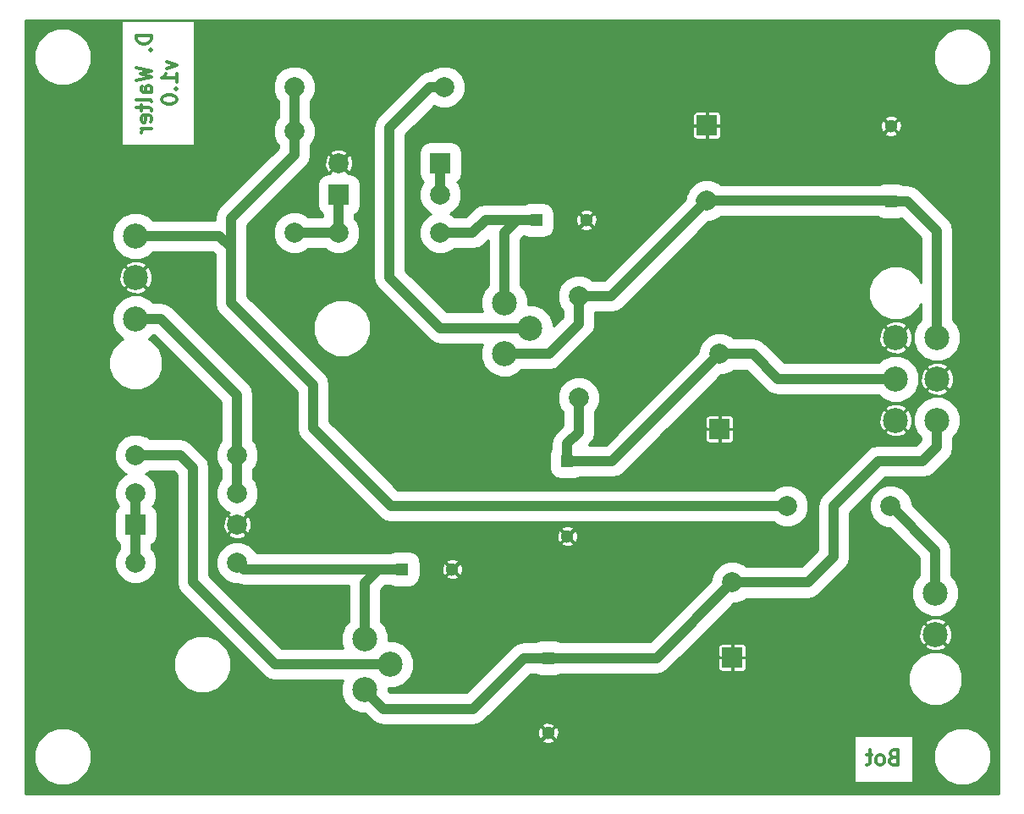
<source format=gbr>
G04 #@! TF.FileFunction,Copper,L2,Bot,Signal*
%FSLAX46Y46*%
G04 Gerber Fmt 4.6, Leading zero omitted, Abs format (unit mm)*
G04 Created by KiCad (PCBNEW 4.0.7) date 04/22/18 21:31:13*
%MOMM*%
%LPD*%
G01*
G04 APERTURE LIST*
%ADD10C,0.100000*%
%ADD11C,0.300000*%
%ADD12R,1.300000X1.300000*%
%ADD13C,1.300000*%
%ADD14C,1.998980*%
%ADD15R,1.998980X1.998980*%
%ADD16C,2.499360*%
%ADD17R,2.000000X2.000000*%
%ADD18C,2.000000*%
%ADD19C,1.000000*%
%ADD20C,0.254000*%
G04 APERTURE END LIST*
D10*
D11*
X89827571Y-51348286D02*
X88327571Y-51348286D01*
X88327571Y-51705429D01*
X88399000Y-51919714D01*
X88541857Y-52062572D01*
X88684714Y-52134000D01*
X88970429Y-52205429D01*
X89184714Y-52205429D01*
X89470429Y-52134000D01*
X89613286Y-52062572D01*
X89756143Y-51919714D01*
X89827571Y-51705429D01*
X89827571Y-51348286D01*
X89684714Y-52848286D02*
X89756143Y-52919714D01*
X89827571Y-52848286D01*
X89756143Y-52776857D01*
X89684714Y-52848286D01*
X89827571Y-52848286D01*
X88327571Y-54562572D02*
X89827571Y-54919715D01*
X88756143Y-55205429D01*
X89827571Y-55491143D01*
X88327571Y-55848286D01*
X89827571Y-57062572D02*
X89041857Y-57062572D01*
X88899000Y-56991143D01*
X88827571Y-56848286D01*
X88827571Y-56562572D01*
X88899000Y-56419715D01*
X89756143Y-57062572D02*
X89827571Y-56919715D01*
X89827571Y-56562572D01*
X89756143Y-56419715D01*
X89613286Y-56348286D01*
X89470429Y-56348286D01*
X89327571Y-56419715D01*
X89256143Y-56562572D01*
X89256143Y-56919715D01*
X89184714Y-57062572D01*
X89827571Y-57991144D02*
X89756143Y-57848286D01*
X89613286Y-57776858D01*
X88327571Y-57776858D01*
X88827571Y-58348286D02*
X88827571Y-58919715D01*
X88327571Y-58562572D02*
X89613286Y-58562572D01*
X89756143Y-58634000D01*
X89827571Y-58776858D01*
X89827571Y-58919715D01*
X89756143Y-59991143D02*
X89827571Y-59848286D01*
X89827571Y-59562572D01*
X89756143Y-59419715D01*
X89613286Y-59348286D01*
X89041857Y-59348286D01*
X88899000Y-59419715D01*
X88827571Y-59562572D01*
X88827571Y-59848286D01*
X88899000Y-59991143D01*
X89041857Y-60062572D01*
X89184714Y-60062572D01*
X89327571Y-59348286D01*
X89827571Y-60705429D02*
X88827571Y-60705429D01*
X89113286Y-60705429D02*
X88970429Y-60776857D01*
X88899000Y-60848286D01*
X88827571Y-60991143D01*
X88827571Y-61134000D01*
X91377571Y-53991144D02*
X92377571Y-54348287D01*
X91377571Y-54705429D01*
X92377571Y-56062572D02*
X92377571Y-55205429D01*
X92377571Y-55634001D02*
X90877571Y-55634001D01*
X91091857Y-55491144D01*
X91234714Y-55348286D01*
X91306143Y-55205429D01*
X92234714Y-56705429D02*
X92306143Y-56776857D01*
X92377571Y-56705429D01*
X92306143Y-56634000D01*
X92234714Y-56705429D01*
X92377571Y-56705429D01*
X90877571Y-57705429D02*
X90877571Y-57848286D01*
X90949000Y-57991143D01*
X91020429Y-58062572D01*
X91163286Y-58134001D01*
X91449000Y-58205429D01*
X91806143Y-58205429D01*
X92091857Y-58134001D01*
X92234714Y-58062572D01*
X92306143Y-57991143D01*
X92377571Y-57848286D01*
X92377571Y-57705429D01*
X92306143Y-57562572D01*
X92234714Y-57491143D01*
X92091857Y-57419715D01*
X91806143Y-57348286D01*
X91449000Y-57348286D01*
X91163286Y-57419715D01*
X91020429Y-57491143D01*
X90949000Y-57562572D01*
X90877571Y-57705429D01*
X164068000Y-123590857D02*
X163853714Y-123662286D01*
X163782286Y-123733714D01*
X163710857Y-123876571D01*
X163710857Y-124090857D01*
X163782286Y-124233714D01*
X163853714Y-124305143D01*
X163996572Y-124376571D01*
X164568000Y-124376571D01*
X164568000Y-122876571D01*
X164068000Y-122876571D01*
X163925143Y-122948000D01*
X163853714Y-123019429D01*
X163782286Y-123162286D01*
X163782286Y-123305143D01*
X163853714Y-123448000D01*
X163925143Y-123519429D01*
X164068000Y-123590857D01*
X164568000Y-123590857D01*
X162853714Y-124376571D02*
X162996572Y-124305143D01*
X163068000Y-124233714D01*
X163139429Y-124090857D01*
X163139429Y-123662286D01*
X163068000Y-123519429D01*
X162996572Y-123448000D01*
X162853714Y-123376571D01*
X162639429Y-123376571D01*
X162496572Y-123448000D01*
X162425143Y-123519429D01*
X162353714Y-123662286D01*
X162353714Y-124090857D01*
X162425143Y-124233714D01*
X162496572Y-124305143D01*
X162639429Y-124376571D01*
X162853714Y-124376571D01*
X161925143Y-123376571D02*
X161353714Y-123376571D01*
X161710857Y-122876571D02*
X161710857Y-124162286D01*
X161639429Y-124305143D01*
X161496571Y-124376571D01*
X161353714Y-124376571D01*
D12*
X163830000Y-67945000D03*
D13*
X163830000Y-60445000D03*
D14*
X88265000Y-104140000D03*
X98425000Y-104140000D03*
X88265000Y-97155000D03*
X98425000Y-97155000D03*
X118745000Y-67310000D03*
D15*
X108585000Y-67310000D03*
D14*
X108585000Y-64135000D03*
D15*
X118745000Y-64135000D03*
D14*
X98425000Y-100327460D03*
D15*
X88265000Y-100327460D03*
D16*
X125171200Y-78105000D03*
X125171200Y-83185000D03*
X127711200Y-80645000D03*
X111201200Y-111760000D03*
X111201200Y-116840000D03*
X113741200Y-114300000D03*
D14*
X104140000Y-71120000D03*
X104140000Y-60960000D03*
X108585000Y-71120000D03*
X118745000Y-71120000D03*
X119140000Y-56515000D03*
X104140000Y-56515000D03*
X88265000Y-93345000D03*
X98425000Y-93345000D03*
X132588000Y-87630000D03*
X132588000Y-77470000D03*
D12*
X128350000Y-69850000D03*
D13*
X133350000Y-69850000D03*
D12*
X114935000Y-104775000D03*
D13*
X119935000Y-104775000D03*
D12*
X129540000Y-113665000D03*
D13*
X129540000Y-121165000D03*
D17*
X145415000Y-60385000D03*
D18*
X145415000Y-67885000D03*
D17*
X147955000Y-113605000D03*
D18*
X147955000Y-106105000D03*
D12*
X131445000Y-93980000D03*
D13*
X131445000Y-101480000D03*
D17*
X146685000Y-90745000D03*
D18*
X146685000Y-83245000D03*
D16*
X88265000Y-75565000D03*
X88265000Y-71424800D03*
X88265000Y-79705200D03*
X168275000Y-111290100D03*
X168264840Y-107149900D03*
X164299900Y-81584800D03*
X164299900Y-85725000D03*
X164299900Y-89865200D03*
X168440100Y-81584800D03*
X168440100Y-85725000D03*
X168440100Y-89865200D03*
D18*
X163803485Y-98494441D03*
X153454275Y-98450957D03*
D19*
X128350000Y-69850000D02*
X126420120Y-69850000D01*
X125171200Y-71098920D02*
X125171200Y-78105000D01*
X126420120Y-69850000D02*
X125171200Y-71098920D01*
X118745000Y-71120000D02*
X121977893Y-71120000D01*
X121977893Y-71120000D02*
X123258941Y-69838952D01*
X123258941Y-69838952D02*
X128338952Y-69838952D01*
X128338952Y-69838952D02*
X128350000Y-69850000D01*
X125171200Y-78105000D02*
X125095000Y-78105000D01*
X111201200Y-111760000D02*
X111201200Y-106138822D01*
X111201200Y-106138822D02*
X112565022Y-104775000D01*
X112565022Y-104775000D02*
X114935000Y-104775000D01*
X114935000Y-104775000D02*
X99060000Y-104775000D01*
X99060000Y-104775000D02*
X98425000Y-104140000D01*
X111125000Y-111683800D02*
X111201200Y-111760000D01*
X111201200Y-116840000D02*
X111201200Y-116916200D01*
X111201200Y-116916200D02*
X113030000Y-118745000D01*
X127086504Y-113665000D02*
X129540000Y-113665000D01*
X113030000Y-118745000D02*
X122006504Y-118745000D01*
X122006504Y-118745000D02*
X127086504Y-113665000D01*
X147955000Y-106105000D02*
X147940819Y-106105000D01*
X147940819Y-106105000D02*
X140380819Y-113665000D01*
X140380819Y-113665000D02*
X129540000Y-113665000D01*
X152200300Y-106105000D02*
X151130000Y-106105000D01*
X151130000Y-106105000D02*
X147955000Y-106105000D01*
X158115000Y-103505000D02*
X155515000Y-106105000D01*
X155515000Y-106105000D02*
X151130000Y-106105000D01*
X158115000Y-98425000D02*
X158115000Y-103505000D01*
X162560000Y-93980000D02*
X158115000Y-98425000D01*
X167005000Y-93980000D02*
X162560000Y-93980000D01*
X168440100Y-92544900D02*
X167005000Y-93980000D01*
X168440100Y-89865200D02*
X168440100Y-92544900D01*
X148015885Y-106165885D02*
X147955000Y-106105000D01*
X132588000Y-77470000D02*
X135830000Y-77470000D01*
X135830000Y-77470000D02*
X145415000Y-67885000D01*
X132588000Y-77470000D02*
X132594192Y-77476192D01*
X132594192Y-77476192D02*
X132594192Y-80227853D01*
X132594192Y-80227853D02*
X129623183Y-83198862D01*
X129623183Y-83198862D02*
X125185062Y-83198862D01*
X125185062Y-83198862D02*
X125171200Y-83185000D01*
X163830000Y-67945000D02*
X163770000Y-67885000D01*
X163770000Y-67885000D02*
X152915000Y-67885000D01*
X152915000Y-67885000D02*
X145415000Y-67885000D01*
X168440100Y-81584800D02*
X168440100Y-70905100D01*
X168440100Y-70905100D02*
X165480000Y-67945000D01*
X165480000Y-67945000D02*
X163830000Y-67945000D01*
X144840000Y-67885000D02*
X145415000Y-67885000D01*
X145415000Y-67885000D02*
X145415000Y-67993426D01*
X131445000Y-93980000D02*
X131445000Y-92201885D01*
X131445000Y-92201885D02*
X132588000Y-91058885D01*
X132588000Y-91058885D02*
X132588000Y-87630000D01*
X164299900Y-85725000D02*
X152505842Y-85725000D01*
X152505842Y-85725000D02*
X150025842Y-83245000D01*
X150025842Y-83245000D02*
X146685000Y-83245000D01*
X131445000Y-93980000D02*
X135950000Y-93980000D01*
X135950000Y-93980000D02*
X146685000Y-83245000D01*
X118745000Y-67310000D02*
X118745000Y-64135000D01*
X104140000Y-71120000D02*
X108585000Y-71120000D01*
X108585000Y-67310000D02*
X108585000Y-71120000D01*
X88265000Y-100327460D02*
X88265000Y-104140000D01*
X88265000Y-97155000D02*
X88265000Y-100327460D01*
X153454275Y-98450957D02*
X113833174Y-98450957D01*
X106020212Y-86335212D02*
X97790000Y-78105000D01*
X113833174Y-98450957D02*
X106020212Y-90637995D01*
X106020212Y-90637995D02*
X106020212Y-86335212D01*
X97790000Y-78105000D02*
X97790000Y-73660000D01*
X104140000Y-60960000D02*
X104140000Y-56515000D01*
X163803485Y-98494441D02*
X163824422Y-98494441D01*
X163824422Y-98494441D02*
X168264840Y-102934859D01*
X168264840Y-102934859D02*
X168264840Y-107149900D01*
X88265000Y-71424800D02*
X96648275Y-71424800D01*
X96648275Y-71424800D02*
X97790000Y-72566525D01*
X97790000Y-72566525D02*
X97790000Y-73660000D01*
X97790000Y-73660000D02*
X97790000Y-69670675D01*
X97790000Y-69670675D02*
X104140000Y-63320675D01*
X104140000Y-63320675D02*
X104140000Y-60960000D01*
X88265000Y-79705200D02*
X90791552Y-79705200D01*
X90791552Y-79705200D02*
X98425000Y-87338648D01*
X98425000Y-87338648D02*
X98425000Y-91931508D01*
X98425000Y-91931508D02*
X98425000Y-93345000D01*
X98425000Y-97155000D02*
X98425000Y-93345000D01*
X119140000Y-56515000D02*
X117726508Y-56515000D01*
X117726508Y-56515000D02*
X113665000Y-60576508D01*
X113665000Y-60576508D02*
X113665000Y-75565000D01*
X113665000Y-75565000D02*
X118745000Y-80645000D01*
X118745000Y-80645000D02*
X127711200Y-80645000D01*
X88265000Y-93345000D02*
X92710000Y-93345000D01*
X92710000Y-93345000D02*
X93980000Y-94615000D01*
X93980000Y-94615000D02*
X93980000Y-106045000D01*
X93980000Y-106045000D02*
X102235000Y-114300000D01*
X106045000Y-114300000D02*
X113741200Y-114300000D01*
X102235000Y-114300000D02*
X106045000Y-114300000D01*
D20*
G36*
X174628300Y-127206500D02*
X77263500Y-127206500D01*
X77263500Y-124092512D01*
X78069702Y-124092512D01*
X78506785Y-125150335D01*
X79315409Y-125960371D01*
X80372467Y-126399300D01*
X81517032Y-126400298D01*
X82574855Y-125963215D01*
X83384891Y-125154591D01*
X83823820Y-124097533D01*
X83824818Y-122952968D01*
X83387735Y-121895145D01*
X83374678Y-121882065D01*
X128855462Y-121882065D01*
X128913302Y-122066706D01*
X129306074Y-122237895D01*
X129734460Y-122245745D01*
X130133241Y-122089062D01*
X130166698Y-122066706D01*
X130224538Y-121882065D01*
X129540000Y-121197527D01*
X128855462Y-121882065D01*
X83374678Y-121882065D01*
X82852984Y-121359460D01*
X128459255Y-121359460D01*
X128615938Y-121758241D01*
X128638294Y-121791698D01*
X128822935Y-121849538D01*
X129507473Y-121165000D01*
X129572527Y-121165000D01*
X130257065Y-121849538D01*
X130441706Y-121791698D01*
X130612895Y-121398926D01*
X130613406Y-121371000D01*
X160083857Y-121371000D01*
X160083857Y-126175000D01*
X166052143Y-126175000D01*
X166052143Y-124092512D01*
X168069522Y-124092512D01*
X168506605Y-125150335D01*
X169315229Y-125960371D01*
X170372287Y-126399300D01*
X171516852Y-126400298D01*
X172574675Y-125963215D01*
X173384711Y-125154591D01*
X173823640Y-124097533D01*
X173824638Y-122952968D01*
X173387555Y-121895145D01*
X172578931Y-121085109D01*
X171521873Y-120646180D01*
X170377308Y-120645182D01*
X169319485Y-121082265D01*
X168509449Y-121890889D01*
X168070520Y-122947947D01*
X168069522Y-124092512D01*
X166052143Y-124092512D01*
X166052143Y-121371000D01*
X160083857Y-121371000D01*
X130613406Y-121371000D01*
X130620745Y-120970540D01*
X130464062Y-120571759D01*
X130441706Y-120538302D01*
X130257065Y-120480462D01*
X129572527Y-121165000D01*
X129507473Y-121165000D01*
X128822935Y-120480462D01*
X128638294Y-120538302D01*
X128467105Y-120931074D01*
X128459255Y-121359460D01*
X82852984Y-121359460D01*
X82579111Y-121085109D01*
X81522053Y-120646180D01*
X80377488Y-120645182D01*
X79319665Y-121082265D01*
X78509629Y-121890889D01*
X78070700Y-122947947D01*
X78069702Y-124092512D01*
X77263500Y-124092512D01*
X77263500Y-120447935D01*
X128855462Y-120447935D01*
X129540000Y-121132473D01*
X130224538Y-120447935D01*
X130166698Y-120263294D01*
X129773926Y-120092105D01*
X129345540Y-120084255D01*
X128946759Y-120240938D01*
X128913302Y-120263294D01*
X128855462Y-120447935D01*
X77263500Y-120447935D01*
X77263500Y-114869520D01*
X92068912Y-114869520D01*
X92505802Y-115926876D01*
X93314069Y-116736554D01*
X94370660Y-117175290D01*
X95514720Y-117176288D01*
X96572076Y-116739398D01*
X97381754Y-115931131D01*
X97820490Y-114874540D01*
X97821488Y-113730480D01*
X97384598Y-112673124D01*
X96576331Y-111863446D01*
X95519740Y-111424710D01*
X94375680Y-111423712D01*
X93318324Y-111860602D01*
X92508646Y-112668869D01*
X92069910Y-113725460D01*
X92068912Y-114869520D01*
X77263500Y-114869520D01*
X77263500Y-99327970D01*
X86116431Y-99327970D01*
X86116431Y-101326950D01*
X86195016Y-101744591D01*
X86441841Y-102128169D01*
X86638000Y-102262199D01*
X86638000Y-102759474D01*
X86463301Y-102933868D01*
X86138880Y-103715159D01*
X86138142Y-104561129D01*
X86461199Y-105342986D01*
X87058868Y-105941699D01*
X87840159Y-106266120D01*
X88686129Y-106266858D01*
X89467986Y-105943801D01*
X90066699Y-105346132D01*
X90391120Y-104564841D01*
X90391858Y-103718871D01*
X90068801Y-102937014D01*
X89892000Y-102759904D01*
X89892000Y-102262397D01*
X90065709Y-102150619D01*
X90323038Y-101774006D01*
X90413569Y-101326950D01*
X90413569Y-99327970D01*
X90334984Y-98910329D01*
X90088159Y-98526751D01*
X89976926Y-98450749D01*
X90066699Y-98361132D01*
X90391120Y-97579841D01*
X90391858Y-96733871D01*
X90068801Y-95952014D01*
X89471132Y-95353301D01*
X89222710Y-95250147D01*
X89467986Y-95148801D01*
X89645096Y-94972000D01*
X92036074Y-94972000D01*
X92353000Y-95288926D01*
X92353000Y-106045000D01*
X92476848Y-106667626D01*
X92829537Y-107195463D01*
X101084537Y-115450463D01*
X101612374Y-115803152D01*
X102235000Y-115927000D01*
X109006880Y-115927000D01*
X108824933Y-116365175D01*
X108824108Y-117310677D01*
X109185174Y-118184522D01*
X109853161Y-118853676D01*
X110726375Y-119216267D01*
X111200755Y-119216681D01*
X111879537Y-119895463D01*
X112407374Y-120248152D01*
X113030000Y-120372001D01*
X113030005Y-120372000D01*
X122006504Y-120372000D01*
X122629130Y-120248152D01*
X123156967Y-119895463D01*
X126772156Y-116280274D01*
X165547328Y-116280274D01*
X165961644Y-117282997D01*
X166728148Y-118050840D01*
X167730146Y-118466906D01*
X168815094Y-118467852D01*
X169817817Y-118053536D01*
X170585660Y-117287032D01*
X171001726Y-116285034D01*
X171002672Y-115200086D01*
X170588356Y-114197363D01*
X169821852Y-113429520D01*
X168819854Y-113013454D01*
X167734906Y-113012508D01*
X166732183Y-113426824D01*
X165964340Y-114193328D01*
X165548274Y-115195326D01*
X165547328Y-116280274D01*
X126772156Y-116280274D01*
X127760430Y-115292000D01*
X128323595Y-115292000D01*
X128442944Y-115373548D01*
X128890000Y-115464079D01*
X130190000Y-115464079D01*
X130607641Y-115385494D01*
X130752935Y-115292000D01*
X140380819Y-115292000D01*
X141003445Y-115168152D01*
X141531282Y-114815463D01*
X142611994Y-113734750D01*
X146528000Y-113734750D01*
X146528000Y-114689936D01*
X146593007Y-114846876D01*
X146713124Y-114966993D01*
X146870065Y-115032000D01*
X147825250Y-115032000D01*
X147932000Y-114925250D01*
X147932000Y-113628000D01*
X147978000Y-113628000D01*
X147978000Y-114925250D01*
X148084750Y-115032000D01*
X149039935Y-115032000D01*
X149196876Y-114966993D01*
X149316993Y-114846876D01*
X149382000Y-114689936D01*
X149382000Y-113734750D01*
X149275250Y-113628000D01*
X147978000Y-113628000D01*
X147932000Y-113628000D01*
X146634750Y-113628000D01*
X146528000Y-113734750D01*
X142611994Y-113734750D01*
X143826680Y-112520064D01*
X146528000Y-112520064D01*
X146528000Y-113475250D01*
X146634750Y-113582000D01*
X147932000Y-113582000D01*
X147932000Y-112284750D01*
X147978000Y-112284750D01*
X147978000Y-113582000D01*
X149275250Y-113582000D01*
X149382000Y-113475250D01*
X149382000Y-112520064D01*
X149348664Y-112439582D01*
X167158045Y-112439582D01*
X167288863Y-112686531D01*
X167898319Y-112957613D01*
X168565122Y-112974830D01*
X169187755Y-112735563D01*
X169261137Y-112686531D01*
X169391955Y-112439582D01*
X168275000Y-111322627D01*
X167158045Y-112439582D01*
X149348664Y-112439582D01*
X149316993Y-112363124D01*
X149196876Y-112243007D01*
X149039935Y-112178000D01*
X148084750Y-112178000D01*
X147978000Y-112284750D01*
X147932000Y-112284750D01*
X147825250Y-112178000D01*
X146870065Y-112178000D01*
X146713124Y-112243007D01*
X146593007Y-112363124D01*
X146528000Y-112520064D01*
X143826680Y-112520064D01*
X144766522Y-111580222D01*
X166590270Y-111580222D01*
X166829537Y-112202855D01*
X166878569Y-112276237D01*
X167125518Y-112407055D01*
X168242473Y-111290100D01*
X168307527Y-111290100D01*
X169424482Y-112407055D01*
X169671431Y-112276237D01*
X169942513Y-111666781D01*
X169959730Y-110999978D01*
X169720463Y-110377345D01*
X169671431Y-110303963D01*
X169424482Y-110173145D01*
X168307527Y-111290100D01*
X168242473Y-111290100D01*
X167125518Y-110173145D01*
X166878569Y-110303963D01*
X166607487Y-110913419D01*
X166590270Y-111580222D01*
X144766522Y-111580222D01*
X146206126Y-110140618D01*
X167158045Y-110140618D01*
X168275000Y-111257573D01*
X169391955Y-110140618D01*
X169261137Y-109893669D01*
X168651681Y-109622587D01*
X167984878Y-109605370D01*
X167362245Y-109844637D01*
X167288863Y-109893669D01*
X167158045Y-110140618D01*
X146206126Y-110140618D01*
X148114604Y-108232140D01*
X148376230Y-108232368D01*
X149158274Y-107909234D01*
X149335818Y-107732000D01*
X155515000Y-107732000D01*
X156137626Y-107608152D01*
X156665463Y-107255463D01*
X159265463Y-104655463D01*
X159618152Y-104127626D01*
X159742000Y-103505000D01*
X159742000Y-99098926D01*
X159925255Y-98915671D01*
X161676117Y-98915671D01*
X161999251Y-99697715D01*
X162597063Y-100296572D01*
X163378542Y-100621071D01*
X163650363Y-100621308D01*
X166637840Y-103608784D01*
X166637840Y-105415859D01*
X166251164Y-105801861D01*
X165888573Y-106675075D01*
X165887748Y-107620577D01*
X166248814Y-108494422D01*
X166916801Y-109163576D01*
X167790015Y-109526167D01*
X168735517Y-109526992D01*
X169609362Y-109165926D01*
X170278516Y-108497939D01*
X170641107Y-107624725D01*
X170641932Y-106679223D01*
X170280866Y-105805378D01*
X169891840Y-105415672D01*
X169891840Y-102934859D01*
X169767992Y-102312233D01*
X169415303Y-101784396D01*
X169415300Y-101784394D01*
X165930655Y-98299749D01*
X165930853Y-98073211D01*
X165607719Y-97291167D01*
X165009907Y-96692310D01*
X164228428Y-96367811D01*
X163382255Y-96367073D01*
X162600211Y-96690207D01*
X162001354Y-97288019D01*
X161676855Y-98069498D01*
X161676117Y-98915671D01*
X159925255Y-98915671D01*
X163233926Y-95607000D01*
X167005000Y-95607000D01*
X167627626Y-95483152D01*
X168155463Y-95130463D01*
X169590563Y-93695363D01*
X169943252Y-93167526D01*
X170067100Y-92544900D01*
X170067100Y-91599241D01*
X170453776Y-91213239D01*
X170816367Y-90340025D01*
X170817192Y-89394523D01*
X170456126Y-88520678D01*
X169788139Y-87851524D01*
X168914925Y-87488933D01*
X167969423Y-87488108D01*
X167095578Y-87849174D01*
X166426424Y-88517161D01*
X166063833Y-89390375D01*
X166063008Y-90335877D01*
X166424074Y-91209722D01*
X166813100Y-91599428D01*
X166813100Y-91870974D01*
X166331074Y-92353000D01*
X162560000Y-92353000D01*
X161937374Y-92476848D01*
X161409537Y-92829537D01*
X156964537Y-97274537D01*
X156611848Y-97802374D01*
X156488000Y-98425000D01*
X156488000Y-102831074D01*
X154841074Y-104478000D01*
X149336247Y-104478000D01*
X149161422Y-104302869D01*
X148379943Y-103978370D01*
X147533770Y-103977632D01*
X146751726Y-104300766D01*
X146152869Y-104898578D01*
X145828370Y-105680057D01*
X145828164Y-105916730D01*
X139706893Y-112038000D01*
X130756405Y-112038000D01*
X130637056Y-111956452D01*
X130190000Y-111865921D01*
X128890000Y-111865921D01*
X128472359Y-111944506D01*
X128327065Y-112038000D01*
X127086504Y-112038000D01*
X126463878Y-112161848D01*
X125936041Y-112514537D01*
X121332578Y-117118000D01*
X113703926Y-117118000D01*
X113577749Y-116991823D01*
X113578024Y-116676539D01*
X114211877Y-116677092D01*
X115085722Y-116316026D01*
X115754876Y-115648039D01*
X116117467Y-114774825D01*
X116118292Y-113829323D01*
X115757226Y-112955478D01*
X115089239Y-112286324D01*
X114216025Y-111923733D01*
X113577739Y-111923176D01*
X113578292Y-111289323D01*
X113217226Y-110415478D01*
X112828200Y-110025772D01*
X112828200Y-106812748D01*
X113238947Y-106402000D01*
X113718595Y-106402000D01*
X113837944Y-106483548D01*
X114285000Y-106574079D01*
X115585000Y-106574079D01*
X116002641Y-106495494D01*
X116386219Y-106248669D01*
X116643548Y-105872056D01*
X116720498Y-105492065D01*
X119250462Y-105492065D01*
X119308302Y-105676706D01*
X119701074Y-105847895D01*
X120129460Y-105855745D01*
X120528241Y-105699062D01*
X120561698Y-105676706D01*
X120619538Y-105492065D01*
X119935000Y-104807527D01*
X119250462Y-105492065D01*
X116720498Y-105492065D01*
X116734079Y-105425000D01*
X116734079Y-104969460D01*
X118854255Y-104969460D01*
X119010938Y-105368241D01*
X119033294Y-105401698D01*
X119217935Y-105459538D01*
X119902473Y-104775000D01*
X119967527Y-104775000D01*
X120652065Y-105459538D01*
X120836706Y-105401698D01*
X121007895Y-105008926D01*
X121015745Y-104580540D01*
X120859062Y-104181759D01*
X120836706Y-104148302D01*
X120652065Y-104090462D01*
X119967527Y-104775000D01*
X119902473Y-104775000D01*
X119217935Y-104090462D01*
X119033294Y-104148302D01*
X118862105Y-104541074D01*
X118854255Y-104969460D01*
X116734079Y-104969460D01*
X116734079Y-104125000D01*
X116721460Y-104057935D01*
X119250462Y-104057935D01*
X119935000Y-104742473D01*
X120619538Y-104057935D01*
X120561698Y-103873294D01*
X120168926Y-103702105D01*
X119740540Y-103694255D01*
X119341759Y-103850938D01*
X119308302Y-103873294D01*
X119250462Y-104057935D01*
X116721460Y-104057935D01*
X116655494Y-103707359D01*
X116408669Y-103323781D01*
X116032056Y-103066452D01*
X115585000Y-102975921D01*
X114285000Y-102975921D01*
X113867359Y-103054506D01*
X113722065Y-103148000D01*
X112565027Y-103148000D01*
X112565022Y-103147999D01*
X112565017Y-103148000D01*
X100315979Y-103148000D01*
X100228801Y-102937014D01*
X99631132Y-102338301D01*
X99290999Y-102197065D01*
X130760462Y-102197065D01*
X130818302Y-102381706D01*
X131211074Y-102552895D01*
X131639460Y-102560745D01*
X132038241Y-102404062D01*
X132071698Y-102381706D01*
X132129538Y-102197065D01*
X131445000Y-101512527D01*
X130760462Y-102197065D01*
X99290999Y-102197065D01*
X98849841Y-102013880D01*
X98003871Y-102013142D01*
X97222014Y-102336199D01*
X96623301Y-102933868D01*
X96298880Y-103715159D01*
X96298142Y-104561129D01*
X96621199Y-105342986D01*
X97218868Y-105941699D01*
X98000159Y-106266120D01*
X98419915Y-106266486D01*
X98437374Y-106278152D01*
X99060000Y-106402001D01*
X99060005Y-106402000D01*
X109574200Y-106402000D01*
X109574200Y-110025959D01*
X109187524Y-110411961D01*
X108824933Y-111285175D01*
X108824108Y-112230677D01*
X109006872Y-112673000D01*
X102908926Y-112673000D01*
X95607000Y-105371074D01*
X95607000Y-101296543D01*
X97488443Y-101296543D01*
X97588817Y-101517496D01*
X98107875Y-101746903D01*
X98675213Y-101760212D01*
X98896798Y-101674460D01*
X130364255Y-101674460D01*
X130520938Y-102073241D01*
X130543294Y-102106698D01*
X130727935Y-102164538D01*
X131412473Y-101480000D01*
X131477527Y-101480000D01*
X132162065Y-102164538D01*
X132346706Y-102106698D01*
X132517895Y-101713926D01*
X132525745Y-101285540D01*
X132369062Y-100886759D01*
X132346706Y-100853302D01*
X132162065Y-100795462D01*
X131477527Y-101480000D01*
X131412473Y-101480000D01*
X130727935Y-100795462D01*
X130543294Y-100853302D01*
X130372105Y-101246074D01*
X130364255Y-101674460D01*
X98896798Y-101674460D01*
X99204457Y-101555398D01*
X99261183Y-101517496D01*
X99361557Y-101296543D01*
X98425000Y-100359987D01*
X97488443Y-101296543D01*
X95607000Y-101296543D01*
X95607000Y-100577673D01*
X96992248Y-100577673D01*
X97197062Y-101106917D01*
X97234964Y-101163643D01*
X97455917Y-101264017D01*
X98392473Y-100327460D01*
X98457527Y-100327460D01*
X99394083Y-101264017D01*
X99615036Y-101163643D01*
X99792136Y-100762935D01*
X130760462Y-100762935D01*
X131445000Y-101447473D01*
X132129538Y-100762935D01*
X132071698Y-100578294D01*
X131678926Y-100407105D01*
X131250540Y-100399255D01*
X130851759Y-100555938D01*
X130818302Y-100578294D01*
X130760462Y-100762935D01*
X99792136Y-100762935D01*
X99844443Y-100644585D01*
X99857752Y-100077247D01*
X99652938Y-99548003D01*
X99615036Y-99491277D01*
X99394083Y-99390903D01*
X98457527Y-100327460D01*
X98392473Y-100327460D01*
X97455917Y-99390903D01*
X97234964Y-99491277D01*
X97005557Y-100010335D01*
X96992248Y-100577673D01*
X95607000Y-100577673D01*
X95607000Y-94615000D01*
X95483152Y-93992374D01*
X95130463Y-93464537D01*
X93860463Y-92194537D01*
X93332626Y-91841848D01*
X92710000Y-91718000D01*
X89645526Y-91718000D01*
X89471132Y-91543301D01*
X88689841Y-91218880D01*
X87843871Y-91218142D01*
X87062014Y-91541199D01*
X86463301Y-92138868D01*
X86138880Y-92920159D01*
X86138142Y-93766129D01*
X86461199Y-94547986D01*
X87058868Y-95146699D01*
X87307290Y-95249853D01*
X87062014Y-95351199D01*
X86463301Y-95948868D01*
X86138880Y-96730159D01*
X86138142Y-97576129D01*
X86461199Y-98357986D01*
X86551341Y-98448286D01*
X86464291Y-98504301D01*
X86206962Y-98880914D01*
X86116431Y-99327970D01*
X77263500Y-99327970D01*
X77263500Y-84695374D01*
X85537328Y-84695374D01*
X85951644Y-85698097D01*
X86718148Y-86465940D01*
X87720146Y-86882006D01*
X88805094Y-86882952D01*
X89807817Y-86468636D01*
X90575660Y-85702132D01*
X90991726Y-84700134D01*
X90992672Y-83615186D01*
X90578356Y-82612463D01*
X89811852Y-81844620D01*
X89561987Y-81740867D01*
X89609522Y-81721226D01*
X89999228Y-81332200D01*
X90117626Y-81332200D01*
X96798000Y-88012574D01*
X96798000Y-91964474D01*
X96623301Y-92138868D01*
X96298880Y-92920159D01*
X96298142Y-93766129D01*
X96621199Y-94547986D01*
X96798000Y-94725096D01*
X96798000Y-95774474D01*
X96623301Y-95948868D01*
X96298880Y-96730159D01*
X96298142Y-97576129D01*
X96621199Y-98357986D01*
X97218868Y-98956699D01*
X97613839Y-99120705D01*
X97588817Y-99137424D01*
X97488443Y-99358377D01*
X98425000Y-100294933D01*
X99361557Y-99358377D01*
X99261183Y-99137424D01*
X99229536Y-99123437D01*
X99627986Y-98958801D01*
X100226699Y-98361132D01*
X100551120Y-97579841D01*
X100551858Y-96733871D01*
X100228801Y-95952014D01*
X100052000Y-95774904D01*
X100052000Y-94725526D01*
X100226699Y-94551132D01*
X100551120Y-93769841D01*
X100551858Y-92923871D01*
X100228801Y-92142014D01*
X100052000Y-91964904D01*
X100052000Y-87338653D01*
X100052001Y-87338648D01*
X99928152Y-86716022D01*
X99575463Y-86188185D01*
X91942015Y-78554737D01*
X91414178Y-78202048D01*
X90791552Y-78078200D01*
X89999041Y-78078200D01*
X89613039Y-77691524D01*
X88739825Y-77328933D01*
X87794323Y-77328108D01*
X86920478Y-77689174D01*
X86251324Y-78357161D01*
X85888733Y-79230375D01*
X85887908Y-80175877D01*
X86248974Y-81049722D01*
X86916961Y-81718876D01*
X86968344Y-81740212D01*
X86722183Y-81841924D01*
X85954340Y-82608428D01*
X85538274Y-83610426D01*
X85537328Y-84695374D01*
X77263500Y-84695374D01*
X77263500Y-76714482D01*
X87148045Y-76714482D01*
X87278863Y-76961431D01*
X87888319Y-77232513D01*
X88555122Y-77249730D01*
X89177755Y-77010463D01*
X89251137Y-76961431D01*
X89381955Y-76714482D01*
X88265000Y-75597527D01*
X87148045Y-76714482D01*
X77263500Y-76714482D01*
X77263500Y-75855122D01*
X86580270Y-75855122D01*
X86819537Y-76477755D01*
X86868569Y-76551137D01*
X87115518Y-76681955D01*
X88232473Y-75565000D01*
X88297527Y-75565000D01*
X89414482Y-76681955D01*
X89661431Y-76551137D01*
X89932513Y-75941681D01*
X89949730Y-75274878D01*
X89710463Y-74652245D01*
X89661431Y-74578863D01*
X89414482Y-74448045D01*
X88297527Y-75565000D01*
X88232473Y-75565000D01*
X87115518Y-74448045D01*
X86868569Y-74578863D01*
X86597487Y-75188319D01*
X86580270Y-75855122D01*
X77263500Y-75855122D01*
X77263500Y-74415518D01*
X87148045Y-74415518D01*
X88265000Y-75532473D01*
X89381955Y-74415518D01*
X89251137Y-74168569D01*
X88641681Y-73897487D01*
X87974878Y-73880270D01*
X87352245Y-74119537D01*
X87278863Y-74168569D01*
X87148045Y-74415518D01*
X77263500Y-74415518D01*
X77263500Y-71895477D01*
X85887908Y-71895477D01*
X86248974Y-72769322D01*
X86916961Y-73438476D01*
X87790175Y-73801067D01*
X88735677Y-73801892D01*
X89609522Y-73440826D01*
X89999228Y-73051800D01*
X95974349Y-73051800D01*
X96163000Y-73240451D01*
X96163000Y-78105000D01*
X96286848Y-78727626D01*
X96639537Y-79255463D01*
X104393212Y-87009137D01*
X104393212Y-90637995D01*
X104517060Y-91260621D01*
X104869749Y-91788458D01*
X112682711Y-99601420D01*
X113210548Y-99954109D01*
X113833174Y-100077958D01*
X113833179Y-100077957D01*
X152073028Y-100077957D01*
X152247853Y-100253088D01*
X153029332Y-100577587D01*
X153875505Y-100578325D01*
X154657549Y-100255191D01*
X155256406Y-99657379D01*
X155580905Y-98875900D01*
X155581643Y-98029727D01*
X155258509Y-97247683D01*
X154660697Y-96648826D01*
X153879218Y-96324327D01*
X153033045Y-96323589D01*
X152251001Y-96646723D01*
X152073457Y-96823957D01*
X114507100Y-96823957D01*
X111013143Y-93330000D01*
X129645921Y-93330000D01*
X129645921Y-94630000D01*
X129724506Y-95047641D01*
X129971331Y-95431219D01*
X130347944Y-95688548D01*
X130795000Y-95779079D01*
X132095000Y-95779079D01*
X132512641Y-95700494D01*
X132657935Y-95607000D01*
X135950000Y-95607000D01*
X136572626Y-95483152D01*
X137100463Y-95130463D01*
X141356175Y-90874750D01*
X145258000Y-90874750D01*
X145258000Y-91829936D01*
X145323007Y-91986876D01*
X145443124Y-92106993D01*
X145600065Y-92172000D01*
X146555250Y-92172000D01*
X146662000Y-92065250D01*
X146662000Y-90768000D01*
X146708000Y-90768000D01*
X146708000Y-92065250D01*
X146814750Y-92172000D01*
X147769935Y-92172000D01*
X147926876Y-92106993D01*
X148046993Y-91986876D01*
X148112000Y-91829936D01*
X148112000Y-91014682D01*
X163182945Y-91014682D01*
X163313763Y-91261631D01*
X163923219Y-91532713D01*
X164590022Y-91549930D01*
X165212655Y-91310663D01*
X165286037Y-91261631D01*
X165416855Y-91014682D01*
X164299900Y-89897727D01*
X163182945Y-91014682D01*
X148112000Y-91014682D01*
X148112000Y-90874750D01*
X148005250Y-90768000D01*
X146708000Y-90768000D01*
X146662000Y-90768000D01*
X145364750Y-90768000D01*
X145258000Y-90874750D01*
X141356175Y-90874750D01*
X142570861Y-89660064D01*
X145258000Y-89660064D01*
X145258000Y-90615250D01*
X145364750Y-90722000D01*
X146662000Y-90722000D01*
X146662000Y-89424750D01*
X146708000Y-89424750D01*
X146708000Y-90722000D01*
X148005250Y-90722000D01*
X148112000Y-90615250D01*
X148112000Y-90155322D01*
X162615170Y-90155322D01*
X162854437Y-90777955D01*
X162903469Y-90851337D01*
X163150418Y-90982155D01*
X164267373Y-89865200D01*
X164332427Y-89865200D01*
X165449382Y-90982155D01*
X165696331Y-90851337D01*
X165967413Y-90241881D01*
X165984630Y-89575078D01*
X165745363Y-88952445D01*
X165696331Y-88879063D01*
X165449382Y-88748245D01*
X164332427Y-89865200D01*
X164267373Y-89865200D01*
X163150418Y-88748245D01*
X162903469Y-88879063D01*
X162632387Y-89488519D01*
X162615170Y-90155322D01*
X148112000Y-90155322D01*
X148112000Y-89660064D01*
X148046993Y-89503124D01*
X147926876Y-89383007D01*
X147769935Y-89318000D01*
X146814750Y-89318000D01*
X146708000Y-89424750D01*
X146662000Y-89424750D01*
X146555250Y-89318000D01*
X145600065Y-89318000D01*
X145443124Y-89383007D01*
X145323007Y-89503124D01*
X145258000Y-89660064D01*
X142570861Y-89660064D01*
X143515207Y-88715718D01*
X163182945Y-88715718D01*
X164299900Y-89832673D01*
X165416855Y-88715718D01*
X165286037Y-88468769D01*
X164676581Y-88197687D01*
X164009778Y-88180470D01*
X163387145Y-88419737D01*
X163313763Y-88468769D01*
X163182945Y-88715718D01*
X143515207Y-88715718D01*
X146858773Y-85372152D01*
X147106230Y-85372368D01*
X147888274Y-85049234D01*
X148065818Y-84872000D01*
X149351916Y-84872000D01*
X151355377Y-86875460D01*
X151355379Y-86875463D01*
X151651073Y-87073039D01*
X151883216Y-87228152D01*
X152505842Y-87352001D01*
X152505847Y-87352000D01*
X162565859Y-87352000D01*
X162951861Y-87738676D01*
X163825075Y-88101267D01*
X164770577Y-88102092D01*
X165644422Y-87741026D01*
X166313576Y-87073039D01*
X166396024Y-86874482D01*
X167323145Y-86874482D01*
X167453963Y-87121431D01*
X168063419Y-87392513D01*
X168730222Y-87409730D01*
X169352855Y-87170463D01*
X169426237Y-87121431D01*
X169557055Y-86874482D01*
X168440100Y-85757527D01*
X167323145Y-86874482D01*
X166396024Y-86874482D01*
X166676167Y-86199825D01*
X166676328Y-86015122D01*
X166755370Y-86015122D01*
X166994637Y-86637755D01*
X167043669Y-86711137D01*
X167290618Y-86841955D01*
X168407573Y-85725000D01*
X168472627Y-85725000D01*
X169589582Y-86841955D01*
X169836531Y-86711137D01*
X170107613Y-86101681D01*
X170124830Y-85434878D01*
X169885563Y-84812245D01*
X169836531Y-84738863D01*
X169589582Y-84608045D01*
X168472627Y-85725000D01*
X168407573Y-85725000D01*
X167290618Y-84608045D01*
X167043669Y-84738863D01*
X166772587Y-85348319D01*
X166755370Y-86015122D01*
X166676328Y-86015122D01*
X166676992Y-85254323D01*
X166396516Y-84575518D01*
X167323145Y-84575518D01*
X168440100Y-85692473D01*
X169557055Y-84575518D01*
X169426237Y-84328569D01*
X168816781Y-84057487D01*
X168149978Y-84040270D01*
X167527345Y-84279537D01*
X167453963Y-84328569D01*
X167323145Y-84575518D01*
X166396516Y-84575518D01*
X166315926Y-84380478D01*
X165647939Y-83711324D01*
X164774725Y-83348733D01*
X163829223Y-83347908D01*
X162955378Y-83708974D01*
X162565672Y-84098000D01*
X153179767Y-84098000D01*
X151816050Y-82734282D01*
X163182945Y-82734282D01*
X163313763Y-82981231D01*
X163923219Y-83252313D01*
X164590022Y-83269530D01*
X165212655Y-83030263D01*
X165286037Y-82981231D01*
X165416855Y-82734282D01*
X164299900Y-81617327D01*
X163182945Y-82734282D01*
X151816050Y-82734282D01*
X151176305Y-82094537D01*
X150847628Y-81874922D01*
X162615170Y-81874922D01*
X162854437Y-82497555D01*
X162903469Y-82570937D01*
X163150418Y-82701755D01*
X164267373Y-81584800D01*
X164332427Y-81584800D01*
X165449382Y-82701755D01*
X165696331Y-82570937D01*
X165967413Y-81961481D01*
X165984630Y-81294678D01*
X165745363Y-80672045D01*
X165696331Y-80598663D01*
X165449382Y-80467845D01*
X164332427Y-81584800D01*
X164267373Y-81584800D01*
X163150418Y-80467845D01*
X162903469Y-80598663D01*
X162632387Y-81208119D01*
X162615170Y-81874922D01*
X150847628Y-81874922D01*
X150648468Y-81741848D01*
X150025842Y-81618000D01*
X148066247Y-81618000D01*
X147891422Y-81442869D01*
X147109943Y-81118370D01*
X146263770Y-81117632D01*
X145481726Y-81440766D01*
X144882869Y-82038578D01*
X144558370Y-82820057D01*
X144558151Y-83070924D01*
X135276074Y-92353000D01*
X133594811Y-92353000D01*
X133738463Y-92209348D01*
X134091152Y-91681511D01*
X134215000Y-91058885D01*
X134215000Y-89010526D01*
X134389699Y-88836132D01*
X134714120Y-88054841D01*
X134714858Y-87208871D01*
X134391801Y-86427014D01*
X133794132Y-85828301D01*
X133012841Y-85503880D01*
X132166871Y-85503142D01*
X131385014Y-85826199D01*
X130786301Y-86423868D01*
X130461880Y-87205159D01*
X130461142Y-88051129D01*
X130784199Y-88832986D01*
X130961000Y-89010096D01*
X130961000Y-90384959D01*
X130294537Y-91051422D01*
X129941848Y-91579259D01*
X129818000Y-92201885D01*
X129818000Y-92763595D01*
X129736452Y-92882944D01*
X129645921Y-93330000D01*
X111013143Y-93330000D01*
X107647212Y-89964069D01*
X107647212Y-86335212D01*
X107523364Y-85712586D01*
X107170675Y-85184749D01*
X107170672Y-85184747D01*
X103200446Y-81214520D01*
X106038912Y-81214520D01*
X106475802Y-82271876D01*
X107284069Y-83081554D01*
X108340660Y-83520290D01*
X109484720Y-83521288D01*
X110542076Y-83084398D01*
X111351754Y-82276131D01*
X111790490Y-81219540D01*
X111791488Y-80075480D01*
X111354598Y-79018124D01*
X110546331Y-78208446D01*
X109489740Y-77769710D01*
X108345680Y-77768712D01*
X107288324Y-78205602D01*
X106478646Y-79013869D01*
X106039910Y-80070460D01*
X106038912Y-81214520D01*
X103200446Y-81214520D01*
X99417000Y-77431074D01*
X99417000Y-71541129D01*
X102013142Y-71541129D01*
X102336199Y-72322986D01*
X102933868Y-72921699D01*
X103715159Y-73246120D01*
X104561129Y-73246858D01*
X105342986Y-72923801D01*
X105520096Y-72747000D01*
X107204474Y-72747000D01*
X107378868Y-72921699D01*
X108160159Y-73246120D01*
X109006129Y-73246858D01*
X109787986Y-72923801D01*
X110386699Y-72326132D01*
X110711120Y-71544841D01*
X110711858Y-70698871D01*
X110388801Y-69917014D01*
X110212000Y-69739904D01*
X110212000Y-69244937D01*
X110385709Y-69133159D01*
X110643038Y-68756546D01*
X110733569Y-68309490D01*
X110733569Y-66310510D01*
X110654984Y-65892869D01*
X110408159Y-65509291D01*
X110031546Y-65251962D01*
X109584490Y-65161431D01*
X109495505Y-65161431D01*
X109521557Y-65104083D01*
X108585000Y-64167527D01*
X107648443Y-65104083D01*
X107674495Y-65161431D01*
X107585510Y-65161431D01*
X107167869Y-65240016D01*
X106784291Y-65486841D01*
X106526962Y-65863454D01*
X106436431Y-66310510D01*
X106436431Y-68309490D01*
X106515016Y-68727131D01*
X106761841Y-69110709D01*
X106958000Y-69244739D01*
X106958000Y-69493000D01*
X105520526Y-69493000D01*
X105346132Y-69318301D01*
X104564841Y-68993880D01*
X103718871Y-68993142D01*
X102937014Y-69316199D01*
X102338301Y-69913868D01*
X102013880Y-70695159D01*
X102013142Y-71541129D01*
X99417000Y-71541129D01*
X99417000Y-70344601D01*
X105290463Y-64471138D01*
X105347876Y-64385213D01*
X107152248Y-64385213D01*
X107357062Y-64914457D01*
X107394964Y-64971183D01*
X107615917Y-65071557D01*
X108552473Y-64135000D01*
X108617527Y-64135000D01*
X109554083Y-65071557D01*
X109775036Y-64971183D01*
X110004443Y-64452125D01*
X110017752Y-63884787D01*
X109812938Y-63355543D01*
X109775036Y-63298817D01*
X109554083Y-63198443D01*
X108617527Y-64135000D01*
X108552473Y-64135000D01*
X107615917Y-63198443D01*
X107394964Y-63298817D01*
X107165557Y-63817875D01*
X107152248Y-64385213D01*
X105347876Y-64385213D01*
X105643152Y-63943301D01*
X105767000Y-63320675D01*
X105767000Y-63165917D01*
X107648443Y-63165917D01*
X108585000Y-64102473D01*
X109521557Y-63165917D01*
X109421183Y-62944964D01*
X108902125Y-62715557D01*
X108334787Y-62702248D01*
X107805543Y-62907062D01*
X107748817Y-62944964D01*
X107648443Y-63165917D01*
X105767000Y-63165917D01*
X105767000Y-62340526D01*
X105941699Y-62166132D01*
X106266120Y-61384841D01*
X106266825Y-60576508D01*
X112038000Y-60576508D01*
X112038000Y-75565000D01*
X112161848Y-76187626D01*
X112514537Y-76715463D01*
X117594537Y-81795463D01*
X118122374Y-82148152D01*
X118745000Y-82272000D01*
X122976880Y-82272000D01*
X122794933Y-82710175D01*
X122794108Y-83655677D01*
X123155174Y-84529522D01*
X123823161Y-85198676D01*
X124696375Y-85561267D01*
X125641877Y-85562092D01*
X126515722Y-85201026D01*
X126891541Y-84825862D01*
X129623183Y-84825862D01*
X130245809Y-84702014D01*
X130773646Y-84349325D01*
X133744655Y-81378316D01*
X134097344Y-80850479D01*
X134179924Y-80435318D01*
X163182945Y-80435318D01*
X164299900Y-81552273D01*
X165416855Y-80435318D01*
X165286037Y-80188369D01*
X164676581Y-79917287D01*
X164009778Y-79900070D01*
X163387145Y-80139337D01*
X163313763Y-80188369D01*
X163182945Y-80435318D01*
X134179924Y-80435318D01*
X134221192Y-80227853D01*
X134221192Y-79097000D01*
X135830000Y-79097000D01*
X136452626Y-78973152D01*
X136980463Y-78620463D01*
X145588774Y-70012152D01*
X145836230Y-70012368D01*
X146618274Y-69689234D01*
X146795818Y-69512000D01*
X162525782Y-69512000D01*
X162732944Y-69653548D01*
X163180000Y-69744079D01*
X164480000Y-69744079D01*
X164897641Y-69665494D01*
X164898814Y-69664739D01*
X166813100Y-71579025D01*
X166813100Y-76075563D01*
X166613256Y-75591903D01*
X165846752Y-74824060D01*
X164844754Y-74407994D01*
X163759806Y-74407048D01*
X162757083Y-74821364D01*
X161989240Y-75587868D01*
X161573174Y-76589866D01*
X161572228Y-77674814D01*
X161986544Y-78677537D01*
X162753048Y-79445380D01*
X163755046Y-79861446D01*
X164839994Y-79862392D01*
X165842717Y-79448076D01*
X166610560Y-78681572D01*
X166813100Y-78193802D01*
X166813100Y-79850759D01*
X166426424Y-80236761D01*
X166063833Y-81109975D01*
X166063008Y-82055477D01*
X166424074Y-82929322D01*
X167092061Y-83598476D01*
X167965275Y-83961067D01*
X168910777Y-83961892D01*
X169784622Y-83600826D01*
X170453776Y-82932839D01*
X170816367Y-82059625D01*
X170817192Y-81114123D01*
X170456126Y-80240278D01*
X170067100Y-79850572D01*
X170067100Y-70905105D01*
X170067101Y-70905100D01*
X169943252Y-70282474D01*
X169937815Y-70274337D01*
X169590563Y-69754637D01*
X169590560Y-69754635D01*
X166630463Y-66794537D01*
X166102626Y-66441848D01*
X165480000Y-66318000D01*
X165046405Y-66318000D01*
X164927056Y-66236452D01*
X164480000Y-66145921D01*
X163180000Y-66145921D01*
X162762359Y-66224506D01*
X162710308Y-66258000D01*
X146796247Y-66258000D01*
X146621422Y-66082869D01*
X145839943Y-65758370D01*
X144993770Y-65757632D01*
X144211726Y-66080766D01*
X143612869Y-66678578D01*
X143425626Y-67129508D01*
X143336848Y-67262374D01*
X143305946Y-67417730D01*
X143288370Y-67460057D01*
X143288330Y-67506292D01*
X143237564Y-67761510D01*
X135156074Y-75843000D01*
X133968526Y-75843000D01*
X133794132Y-75668301D01*
X133012841Y-75343880D01*
X132166871Y-75343142D01*
X131385014Y-75666199D01*
X130786301Y-76263868D01*
X130461880Y-77045159D01*
X130461142Y-77891129D01*
X130784199Y-78672986D01*
X130967192Y-78856299D01*
X130967192Y-79553927D01*
X130088066Y-80433053D01*
X130088292Y-80174323D01*
X129727226Y-79300478D01*
X129059239Y-78631324D01*
X128186025Y-78268733D01*
X127547739Y-78268176D01*
X127548292Y-77634323D01*
X127187226Y-76760478D01*
X126798200Y-76370772D01*
X126798200Y-71772846D01*
X127094045Y-71477000D01*
X127133595Y-71477000D01*
X127252944Y-71558548D01*
X127700000Y-71649079D01*
X129000000Y-71649079D01*
X129417641Y-71570494D01*
X129801219Y-71323669D01*
X130058548Y-70947056D01*
X130135498Y-70567065D01*
X132665462Y-70567065D01*
X132723302Y-70751706D01*
X133116074Y-70922895D01*
X133544460Y-70930745D01*
X133943241Y-70774062D01*
X133976698Y-70751706D01*
X134034538Y-70567065D01*
X133350000Y-69882527D01*
X132665462Y-70567065D01*
X130135498Y-70567065D01*
X130149079Y-70500000D01*
X130149079Y-70044460D01*
X132269255Y-70044460D01*
X132425938Y-70443241D01*
X132448294Y-70476698D01*
X132632935Y-70534538D01*
X133317473Y-69850000D01*
X133382527Y-69850000D01*
X134067065Y-70534538D01*
X134251706Y-70476698D01*
X134422895Y-70083926D01*
X134430745Y-69655540D01*
X134274062Y-69256759D01*
X134251706Y-69223302D01*
X134067065Y-69165462D01*
X133382527Y-69850000D01*
X133317473Y-69850000D01*
X132632935Y-69165462D01*
X132448294Y-69223302D01*
X132277105Y-69616074D01*
X132269255Y-70044460D01*
X130149079Y-70044460D01*
X130149079Y-69200000D01*
X130136460Y-69132935D01*
X132665462Y-69132935D01*
X133350000Y-69817473D01*
X134034538Y-69132935D01*
X133976698Y-68948294D01*
X133583926Y-68777105D01*
X133155540Y-68769255D01*
X132756759Y-68925938D01*
X132723302Y-68948294D01*
X132665462Y-69132935D01*
X130136460Y-69132935D01*
X130070494Y-68782359D01*
X129823669Y-68398781D01*
X129447056Y-68141452D01*
X129000000Y-68050921D01*
X127700000Y-68050921D01*
X127282359Y-68129506D01*
X127154234Y-68211952D01*
X123258941Y-68211952D01*
X122636315Y-68335800D01*
X122108478Y-68688489D01*
X122108476Y-68688492D01*
X121303967Y-69493000D01*
X120125526Y-69493000D01*
X119951132Y-69318301D01*
X119702710Y-69215147D01*
X119947986Y-69113801D01*
X120546699Y-68516132D01*
X120871120Y-67734841D01*
X120871858Y-66888871D01*
X120548801Y-66107014D01*
X120457115Y-66015168D01*
X120545709Y-65958159D01*
X120803038Y-65581546D01*
X120893569Y-65134490D01*
X120893569Y-63135510D01*
X120814984Y-62717869D01*
X120568159Y-62334291D01*
X120191546Y-62076962D01*
X119744490Y-61986431D01*
X117745510Y-61986431D01*
X117327869Y-62065016D01*
X116944291Y-62311841D01*
X116686962Y-62688454D01*
X116596431Y-63135510D01*
X116596431Y-65134490D01*
X116675016Y-65552131D01*
X116921841Y-65935709D01*
X117034585Y-66012744D01*
X116943301Y-66103868D01*
X116618880Y-66885159D01*
X116618142Y-67731129D01*
X116941199Y-68512986D01*
X117538868Y-69111699D01*
X117787290Y-69214853D01*
X117542014Y-69316199D01*
X116943301Y-69913868D01*
X116618880Y-70695159D01*
X116618142Y-71541129D01*
X116941199Y-72322986D01*
X117538868Y-72921699D01*
X118320159Y-73246120D01*
X119166129Y-73246858D01*
X119947986Y-72923801D01*
X120125096Y-72747000D01*
X121977893Y-72747000D01*
X122600519Y-72623152D01*
X123128356Y-72270463D01*
X123544200Y-71854619D01*
X123544200Y-76370959D01*
X123157524Y-76756961D01*
X122794933Y-77630175D01*
X122794108Y-78575677D01*
X122976872Y-79018000D01*
X119418926Y-79018000D01*
X115292000Y-74891074D01*
X115292000Y-61250434D01*
X116027684Y-60514750D01*
X143988000Y-60514750D01*
X143988000Y-61469936D01*
X144053007Y-61626876D01*
X144173124Y-61746993D01*
X144330065Y-61812000D01*
X145285250Y-61812000D01*
X145392000Y-61705250D01*
X145392000Y-60408000D01*
X145438000Y-60408000D01*
X145438000Y-61705250D01*
X145544750Y-61812000D01*
X146499935Y-61812000D01*
X146656876Y-61746993D01*
X146776993Y-61626876D01*
X146842000Y-61469936D01*
X146842000Y-61162065D01*
X163145462Y-61162065D01*
X163203302Y-61346706D01*
X163596074Y-61517895D01*
X164024460Y-61525745D01*
X164423241Y-61369062D01*
X164456698Y-61346706D01*
X164514538Y-61162065D01*
X163830000Y-60477527D01*
X163145462Y-61162065D01*
X146842000Y-61162065D01*
X146842000Y-60639460D01*
X162749255Y-60639460D01*
X162905938Y-61038241D01*
X162928294Y-61071698D01*
X163112935Y-61129538D01*
X163797473Y-60445000D01*
X163862527Y-60445000D01*
X164547065Y-61129538D01*
X164731706Y-61071698D01*
X164902895Y-60678926D01*
X164910745Y-60250540D01*
X164754062Y-59851759D01*
X164731706Y-59818302D01*
X164547065Y-59760462D01*
X163862527Y-60445000D01*
X163797473Y-60445000D01*
X163112935Y-59760462D01*
X162928294Y-59818302D01*
X162757105Y-60211074D01*
X162749255Y-60639460D01*
X146842000Y-60639460D01*
X146842000Y-60514750D01*
X146735250Y-60408000D01*
X145438000Y-60408000D01*
X145392000Y-60408000D01*
X144094750Y-60408000D01*
X143988000Y-60514750D01*
X116027684Y-60514750D01*
X117242370Y-59300064D01*
X143988000Y-59300064D01*
X143988000Y-60255250D01*
X144094750Y-60362000D01*
X145392000Y-60362000D01*
X145392000Y-59064750D01*
X145438000Y-59064750D01*
X145438000Y-60362000D01*
X146735250Y-60362000D01*
X146842000Y-60255250D01*
X146842000Y-59727935D01*
X163145462Y-59727935D01*
X163830000Y-60412473D01*
X164514538Y-59727935D01*
X164456698Y-59543294D01*
X164063926Y-59372105D01*
X163635540Y-59364255D01*
X163236759Y-59520938D01*
X163203302Y-59543294D01*
X163145462Y-59727935D01*
X146842000Y-59727935D01*
X146842000Y-59300064D01*
X146776993Y-59143124D01*
X146656876Y-59023007D01*
X146499935Y-58958000D01*
X145544750Y-58958000D01*
X145438000Y-59064750D01*
X145392000Y-59064750D01*
X145285250Y-58958000D01*
X144330065Y-58958000D01*
X144173124Y-59023007D01*
X144053007Y-59143124D01*
X143988000Y-59300064D01*
X117242370Y-59300064D01*
X118140100Y-58402334D01*
X118715159Y-58641120D01*
X119561129Y-58641858D01*
X120342986Y-58318801D01*
X120941699Y-57721132D01*
X121266120Y-56939841D01*
X121266858Y-56093871D01*
X120943801Y-55312014D01*
X120346132Y-54713301D01*
X119564841Y-54388880D01*
X118718871Y-54388142D01*
X117937014Y-54711199D01*
X117759904Y-54888000D01*
X117726513Y-54888000D01*
X117726508Y-54887999D01*
X117103882Y-55011848D01*
X116576045Y-55364537D01*
X112514537Y-59426045D01*
X112161848Y-59953882D01*
X112038000Y-60576508D01*
X106266825Y-60576508D01*
X106266858Y-60538871D01*
X105943801Y-59757014D01*
X105767000Y-59579904D01*
X105767000Y-57895526D01*
X105941699Y-57721132D01*
X106266120Y-56939841D01*
X106266858Y-56093871D01*
X105943801Y-55312014D01*
X105346132Y-54713301D01*
X104564841Y-54388880D01*
X103718871Y-54388142D01*
X102937014Y-54711199D01*
X102338301Y-55308868D01*
X102013880Y-56090159D01*
X102013142Y-56936129D01*
X102336199Y-57717986D01*
X102513000Y-57895096D01*
X102513000Y-59579474D01*
X102338301Y-59753868D01*
X102013880Y-60535159D01*
X102013142Y-61381129D01*
X102336199Y-62162986D01*
X102513000Y-62340096D01*
X102513000Y-62646749D01*
X96639537Y-68520212D01*
X96286848Y-69048049D01*
X96163000Y-69670675D01*
X96163000Y-69797800D01*
X89999041Y-69797800D01*
X89613039Y-69411124D01*
X88739825Y-69048533D01*
X87794323Y-69047708D01*
X86920478Y-69408774D01*
X86251324Y-70076761D01*
X85888733Y-70949975D01*
X85887908Y-71895477D01*
X77263500Y-71895477D01*
X77263500Y-54092652D01*
X78069702Y-54092652D01*
X78506785Y-55150475D01*
X79315409Y-55960511D01*
X80372467Y-56399440D01*
X81517032Y-56400438D01*
X82574855Y-55963355D01*
X83384891Y-55154731D01*
X83823820Y-54097673D01*
X83824818Y-52953108D01*
X83387735Y-51895285D01*
X82579111Y-51085249D01*
X81522053Y-50646320D01*
X80377488Y-50645322D01*
X79319665Y-51082405D01*
X78509629Y-51891029D01*
X78070700Y-52948087D01*
X78069702Y-54092652D01*
X77263500Y-54092652D01*
X77263500Y-49864143D01*
X86822000Y-49864143D01*
X86822000Y-62403857D01*
X94176000Y-62403857D01*
X94176000Y-54092652D01*
X168069522Y-54092652D01*
X168506605Y-55150475D01*
X169315229Y-55960511D01*
X170372287Y-56399440D01*
X171516852Y-56400438D01*
X172574675Y-55963355D01*
X173384711Y-55154731D01*
X173823640Y-54097673D01*
X173824638Y-52953108D01*
X173387555Y-51895285D01*
X172578931Y-51085249D01*
X171521873Y-50646320D01*
X170377308Y-50645322D01*
X169319485Y-51082405D01*
X168509449Y-51891029D01*
X168070520Y-52948087D01*
X168069522Y-54092652D01*
X94176000Y-54092652D01*
X94176000Y-49864143D01*
X86822000Y-49864143D01*
X77263500Y-49864143D01*
X77263500Y-49841660D01*
X174628300Y-49841660D01*
X174628300Y-127206500D01*
X174628300Y-127206500D01*
G37*
X174628300Y-127206500D02*
X77263500Y-127206500D01*
X77263500Y-124092512D01*
X78069702Y-124092512D01*
X78506785Y-125150335D01*
X79315409Y-125960371D01*
X80372467Y-126399300D01*
X81517032Y-126400298D01*
X82574855Y-125963215D01*
X83384891Y-125154591D01*
X83823820Y-124097533D01*
X83824818Y-122952968D01*
X83387735Y-121895145D01*
X83374678Y-121882065D01*
X128855462Y-121882065D01*
X128913302Y-122066706D01*
X129306074Y-122237895D01*
X129734460Y-122245745D01*
X130133241Y-122089062D01*
X130166698Y-122066706D01*
X130224538Y-121882065D01*
X129540000Y-121197527D01*
X128855462Y-121882065D01*
X83374678Y-121882065D01*
X82852984Y-121359460D01*
X128459255Y-121359460D01*
X128615938Y-121758241D01*
X128638294Y-121791698D01*
X128822935Y-121849538D01*
X129507473Y-121165000D01*
X129572527Y-121165000D01*
X130257065Y-121849538D01*
X130441706Y-121791698D01*
X130612895Y-121398926D01*
X130613406Y-121371000D01*
X160083857Y-121371000D01*
X160083857Y-126175000D01*
X166052143Y-126175000D01*
X166052143Y-124092512D01*
X168069522Y-124092512D01*
X168506605Y-125150335D01*
X169315229Y-125960371D01*
X170372287Y-126399300D01*
X171516852Y-126400298D01*
X172574675Y-125963215D01*
X173384711Y-125154591D01*
X173823640Y-124097533D01*
X173824638Y-122952968D01*
X173387555Y-121895145D01*
X172578931Y-121085109D01*
X171521873Y-120646180D01*
X170377308Y-120645182D01*
X169319485Y-121082265D01*
X168509449Y-121890889D01*
X168070520Y-122947947D01*
X168069522Y-124092512D01*
X166052143Y-124092512D01*
X166052143Y-121371000D01*
X160083857Y-121371000D01*
X130613406Y-121371000D01*
X130620745Y-120970540D01*
X130464062Y-120571759D01*
X130441706Y-120538302D01*
X130257065Y-120480462D01*
X129572527Y-121165000D01*
X129507473Y-121165000D01*
X128822935Y-120480462D01*
X128638294Y-120538302D01*
X128467105Y-120931074D01*
X128459255Y-121359460D01*
X82852984Y-121359460D01*
X82579111Y-121085109D01*
X81522053Y-120646180D01*
X80377488Y-120645182D01*
X79319665Y-121082265D01*
X78509629Y-121890889D01*
X78070700Y-122947947D01*
X78069702Y-124092512D01*
X77263500Y-124092512D01*
X77263500Y-120447935D01*
X128855462Y-120447935D01*
X129540000Y-121132473D01*
X130224538Y-120447935D01*
X130166698Y-120263294D01*
X129773926Y-120092105D01*
X129345540Y-120084255D01*
X128946759Y-120240938D01*
X128913302Y-120263294D01*
X128855462Y-120447935D01*
X77263500Y-120447935D01*
X77263500Y-114869520D01*
X92068912Y-114869520D01*
X92505802Y-115926876D01*
X93314069Y-116736554D01*
X94370660Y-117175290D01*
X95514720Y-117176288D01*
X96572076Y-116739398D01*
X97381754Y-115931131D01*
X97820490Y-114874540D01*
X97821488Y-113730480D01*
X97384598Y-112673124D01*
X96576331Y-111863446D01*
X95519740Y-111424710D01*
X94375680Y-111423712D01*
X93318324Y-111860602D01*
X92508646Y-112668869D01*
X92069910Y-113725460D01*
X92068912Y-114869520D01*
X77263500Y-114869520D01*
X77263500Y-99327970D01*
X86116431Y-99327970D01*
X86116431Y-101326950D01*
X86195016Y-101744591D01*
X86441841Y-102128169D01*
X86638000Y-102262199D01*
X86638000Y-102759474D01*
X86463301Y-102933868D01*
X86138880Y-103715159D01*
X86138142Y-104561129D01*
X86461199Y-105342986D01*
X87058868Y-105941699D01*
X87840159Y-106266120D01*
X88686129Y-106266858D01*
X89467986Y-105943801D01*
X90066699Y-105346132D01*
X90391120Y-104564841D01*
X90391858Y-103718871D01*
X90068801Y-102937014D01*
X89892000Y-102759904D01*
X89892000Y-102262397D01*
X90065709Y-102150619D01*
X90323038Y-101774006D01*
X90413569Y-101326950D01*
X90413569Y-99327970D01*
X90334984Y-98910329D01*
X90088159Y-98526751D01*
X89976926Y-98450749D01*
X90066699Y-98361132D01*
X90391120Y-97579841D01*
X90391858Y-96733871D01*
X90068801Y-95952014D01*
X89471132Y-95353301D01*
X89222710Y-95250147D01*
X89467986Y-95148801D01*
X89645096Y-94972000D01*
X92036074Y-94972000D01*
X92353000Y-95288926D01*
X92353000Y-106045000D01*
X92476848Y-106667626D01*
X92829537Y-107195463D01*
X101084537Y-115450463D01*
X101612374Y-115803152D01*
X102235000Y-115927000D01*
X109006880Y-115927000D01*
X108824933Y-116365175D01*
X108824108Y-117310677D01*
X109185174Y-118184522D01*
X109853161Y-118853676D01*
X110726375Y-119216267D01*
X111200755Y-119216681D01*
X111879537Y-119895463D01*
X112407374Y-120248152D01*
X113030000Y-120372001D01*
X113030005Y-120372000D01*
X122006504Y-120372000D01*
X122629130Y-120248152D01*
X123156967Y-119895463D01*
X126772156Y-116280274D01*
X165547328Y-116280274D01*
X165961644Y-117282997D01*
X166728148Y-118050840D01*
X167730146Y-118466906D01*
X168815094Y-118467852D01*
X169817817Y-118053536D01*
X170585660Y-117287032D01*
X171001726Y-116285034D01*
X171002672Y-115200086D01*
X170588356Y-114197363D01*
X169821852Y-113429520D01*
X168819854Y-113013454D01*
X167734906Y-113012508D01*
X166732183Y-113426824D01*
X165964340Y-114193328D01*
X165548274Y-115195326D01*
X165547328Y-116280274D01*
X126772156Y-116280274D01*
X127760430Y-115292000D01*
X128323595Y-115292000D01*
X128442944Y-115373548D01*
X128890000Y-115464079D01*
X130190000Y-115464079D01*
X130607641Y-115385494D01*
X130752935Y-115292000D01*
X140380819Y-115292000D01*
X141003445Y-115168152D01*
X141531282Y-114815463D01*
X142611994Y-113734750D01*
X146528000Y-113734750D01*
X146528000Y-114689936D01*
X146593007Y-114846876D01*
X146713124Y-114966993D01*
X146870065Y-115032000D01*
X147825250Y-115032000D01*
X147932000Y-114925250D01*
X147932000Y-113628000D01*
X147978000Y-113628000D01*
X147978000Y-114925250D01*
X148084750Y-115032000D01*
X149039935Y-115032000D01*
X149196876Y-114966993D01*
X149316993Y-114846876D01*
X149382000Y-114689936D01*
X149382000Y-113734750D01*
X149275250Y-113628000D01*
X147978000Y-113628000D01*
X147932000Y-113628000D01*
X146634750Y-113628000D01*
X146528000Y-113734750D01*
X142611994Y-113734750D01*
X143826680Y-112520064D01*
X146528000Y-112520064D01*
X146528000Y-113475250D01*
X146634750Y-113582000D01*
X147932000Y-113582000D01*
X147932000Y-112284750D01*
X147978000Y-112284750D01*
X147978000Y-113582000D01*
X149275250Y-113582000D01*
X149382000Y-113475250D01*
X149382000Y-112520064D01*
X149348664Y-112439582D01*
X167158045Y-112439582D01*
X167288863Y-112686531D01*
X167898319Y-112957613D01*
X168565122Y-112974830D01*
X169187755Y-112735563D01*
X169261137Y-112686531D01*
X169391955Y-112439582D01*
X168275000Y-111322627D01*
X167158045Y-112439582D01*
X149348664Y-112439582D01*
X149316993Y-112363124D01*
X149196876Y-112243007D01*
X149039935Y-112178000D01*
X148084750Y-112178000D01*
X147978000Y-112284750D01*
X147932000Y-112284750D01*
X147825250Y-112178000D01*
X146870065Y-112178000D01*
X146713124Y-112243007D01*
X146593007Y-112363124D01*
X146528000Y-112520064D01*
X143826680Y-112520064D01*
X144766522Y-111580222D01*
X166590270Y-111580222D01*
X166829537Y-112202855D01*
X166878569Y-112276237D01*
X167125518Y-112407055D01*
X168242473Y-111290100D01*
X168307527Y-111290100D01*
X169424482Y-112407055D01*
X169671431Y-112276237D01*
X169942513Y-111666781D01*
X169959730Y-110999978D01*
X169720463Y-110377345D01*
X169671431Y-110303963D01*
X169424482Y-110173145D01*
X168307527Y-111290100D01*
X168242473Y-111290100D01*
X167125518Y-110173145D01*
X166878569Y-110303963D01*
X166607487Y-110913419D01*
X166590270Y-111580222D01*
X144766522Y-111580222D01*
X146206126Y-110140618D01*
X167158045Y-110140618D01*
X168275000Y-111257573D01*
X169391955Y-110140618D01*
X169261137Y-109893669D01*
X168651681Y-109622587D01*
X167984878Y-109605370D01*
X167362245Y-109844637D01*
X167288863Y-109893669D01*
X167158045Y-110140618D01*
X146206126Y-110140618D01*
X148114604Y-108232140D01*
X148376230Y-108232368D01*
X149158274Y-107909234D01*
X149335818Y-107732000D01*
X155515000Y-107732000D01*
X156137626Y-107608152D01*
X156665463Y-107255463D01*
X159265463Y-104655463D01*
X159618152Y-104127626D01*
X159742000Y-103505000D01*
X159742000Y-99098926D01*
X159925255Y-98915671D01*
X161676117Y-98915671D01*
X161999251Y-99697715D01*
X162597063Y-100296572D01*
X163378542Y-100621071D01*
X163650363Y-100621308D01*
X166637840Y-103608784D01*
X166637840Y-105415859D01*
X166251164Y-105801861D01*
X165888573Y-106675075D01*
X165887748Y-107620577D01*
X166248814Y-108494422D01*
X166916801Y-109163576D01*
X167790015Y-109526167D01*
X168735517Y-109526992D01*
X169609362Y-109165926D01*
X170278516Y-108497939D01*
X170641107Y-107624725D01*
X170641932Y-106679223D01*
X170280866Y-105805378D01*
X169891840Y-105415672D01*
X169891840Y-102934859D01*
X169767992Y-102312233D01*
X169415303Y-101784396D01*
X169415300Y-101784394D01*
X165930655Y-98299749D01*
X165930853Y-98073211D01*
X165607719Y-97291167D01*
X165009907Y-96692310D01*
X164228428Y-96367811D01*
X163382255Y-96367073D01*
X162600211Y-96690207D01*
X162001354Y-97288019D01*
X161676855Y-98069498D01*
X161676117Y-98915671D01*
X159925255Y-98915671D01*
X163233926Y-95607000D01*
X167005000Y-95607000D01*
X167627626Y-95483152D01*
X168155463Y-95130463D01*
X169590563Y-93695363D01*
X169943252Y-93167526D01*
X170067100Y-92544900D01*
X170067100Y-91599241D01*
X170453776Y-91213239D01*
X170816367Y-90340025D01*
X170817192Y-89394523D01*
X170456126Y-88520678D01*
X169788139Y-87851524D01*
X168914925Y-87488933D01*
X167969423Y-87488108D01*
X167095578Y-87849174D01*
X166426424Y-88517161D01*
X166063833Y-89390375D01*
X166063008Y-90335877D01*
X166424074Y-91209722D01*
X166813100Y-91599428D01*
X166813100Y-91870974D01*
X166331074Y-92353000D01*
X162560000Y-92353000D01*
X161937374Y-92476848D01*
X161409537Y-92829537D01*
X156964537Y-97274537D01*
X156611848Y-97802374D01*
X156488000Y-98425000D01*
X156488000Y-102831074D01*
X154841074Y-104478000D01*
X149336247Y-104478000D01*
X149161422Y-104302869D01*
X148379943Y-103978370D01*
X147533770Y-103977632D01*
X146751726Y-104300766D01*
X146152869Y-104898578D01*
X145828370Y-105680057D01*
X145828164Y-105916730D01*
X139706893Y-112038000D01*
X130756405Y-112038000D01*
X130637056Y-111956452D01*
X130190000Y-111865921D01*
X128890000Y-111865921D01*
X128472359Y-111944506D01*
X128327065Y-112038000D01*
X127086504Y-112038000D01*
X126463878Y-112161848D01*
X125936041Y-112514537D01*
X121332578Y-117118000D01*
X113703926Y-117118000D01*
X113577749Y-116991823D01*
X113578024Y-116676539D01*
X114211877Y-116677092D01*
X115085722Y-116316026D01*
X115754876Y-115648039D01*
X116117467Y-114774825D01*
X116118292Y-113829323D01*
X115757226Y-112955478D01*
X115089239Y-112286324D01*
X114216025Y-111923733D01*
X113577739Y-111923176D01*
X113578292Y-111289323D01*
X113217226Y-110415478D01*
X112828200Y-110025772D01*
X112828200Y-106812748D01*
X113238947Y-106402000D01*
X113718595Y-106402000D01*
X113837944Y-106483548D01*
X114285000Y-106574079D01*
X115585000Y-106574079D01*
X116002641Y-106495494D01*
X116386219Y-106248669D01*
X116643548Y-105872056D01*
X116720498Y-105492065D01*
X119250462Y-105492065D01*
X119308302Y-105676706D01*
X119701074Y-105847895D01*
X120129460Y-105855745D01*
X120528241Y-105699062D01*
X120561698Y-105676706D01*
X120619538Y-105492065D01*
X119935000Y-104807527D01*
X119250462Y-105492065D01*
X116720498Y-105492065D01*
X116734079Y-105425000D01*
X116734079Y-104969460D01*
X118854255Y-104969460D01*
X119010938Y-105368241D01*
X119033294Y-105401698D01*
X119217935Y-105459538D01*
X119902473Y-104775000D01*
X119967527Y-104775000D01*
X120652065Y-105459538D01*
X120836706Y-105401698D01*
X121007895Y-105008926D01*
X121015745Y-104580540D01*
X120859062Y-104181759D01*
X120836706Y-104148302D01*
X120652065Y-104090462D01*
X119967527Y-104775000D01*
X119902473Y-104775000D01*
X119217935Y-104090462D01*
X119033294Y-104148302D01*
X118862105Y-104541074D01*
X118854255Y-104969460D01*
X116734079Y-104969460D01*
X116734079Y-104125000D01*
X116721460Y-104057935D01*
X119250462Y-104057935D01*
X119935000Y-104742473D01*
X120619538Y-104057935D01*
X120561698Y-103873294D01*
X120168926Y-103702105D01*
X119740540Y-103694255D01*
X119341759Y-103850938D01*
X119308302Y-103873294D01*
X119250462Y-104057935D01*
X116721460Y-104057935D01*
X116655494Y-103707359D01*
X116408669Y-103323781D01*
X116032056Y-103066452D01*
X115585000Y-102975921D01*
X114285000Y-102975921D01*
X113867359Y-103054506D01*
X113722065Y-103148000D01*
X112565027Y-103148000D01*
X112565022Y-103147999D01*
X112565017Y-103148000D01*
X100315979Y-103148000D01*
X100228801Y-102937014D01*
X99631132Y-102338301D01*
X99290999Y-102197065D01*
X130760462Y-102197065D01*
X130818302Y-102381706D01*
X131211074Y-102552895D01*
X131639460Y-102560745D01*
X132038241Y-102404062D01*
X132071698Y-102381706D01*
X132129538Y-102197065D01*
X131445000Y-101512527D01*
X130760462Y-102197065D01*
X99290999Y-102197065D01*
X98849841Y-102013880D01*
X98003871Y-102013142D01*
X97222014Y-102336199D01*
X96623301Y-102933868D01*
X96298880Y-103715159D01*
X96298142Y-104561129D01*
X96621199Y-105342986D01*
X97218868Y-105941699D01*
X98000159Y-106266120D01*
X98419915Y-106266486D01*
X98437374Y-106278152D01*
X99060000Y-106402001D01*
X99060005Y-106402000D01*
X109574200Y-106402000D01*
X109574200Y-110025959D01*
X109187524Y-110411961D01*
X108824933Y-111285175D01*
X108824108Y-112230677D01*
X109006872Y-112673000D01*
X102908926Y-112673000D01*
X95607000Y-105371074D01*
X95607000Y-101296543D01*
X97488443Y-101296543D01*
X97588817Y-101517496D01*
X98107875Y-101746903D01*
X98675213Y-101760212D01*
X98896798Y-101674460D01*
X130364255Y-101674460D01*
X130520938Y-102073241D01*
X130543294Y-102106698D01*
X130727935Y-102164538D01*
X131412473Y-101480000D01*
X131477527Y-101480000D01*
X132162065Y-102164538D01*
X132346706Y-102106698D01*
X132517895Y-101713926D01*
X132525745Y-101285540D01*
X132369062Y-100886759D01*
X132346706Y-100853302D01*
X132162065Y-100795462D01*
X131477527Y-101480000D01*
X131412473Y-101480000D01*
X130727935Y-100795462D01*
X130543294Y-100853302D01*
X130372105Y-101246074D01*
X130364255Y-101674460D01*
X98896798Y-101674460D01*
X99204457Y-101555398D01*
X99261183Y-101517496D01*
X99361557Y-101296543D01*
X98425000Y-100359987D01*
X97488443Y-101296543D01*
X95607000Y-101296543D01*
X95607000Y-100577673D01*
X96992248Y-100577673D01*
X97197062Y-101106917D01*
X97234964Y-101163643D01*
X97455917Y-101264017D01*
X98392473Y-100327460D01*
X98457527Y-100327460D01*
X99394083Y-101264017D01*
X99615036Y-101163643D01*
X99792136Y-100762935D01*
X130760462Y-100762935D01*
X131445000Y-101447473D01*
X132129538Y-100762935D01*
X132071698Y-100578294D01*
X131678926Y-100407105D01*
X131250540Y-100399255D01*
X130851759Y-100555938D01*
X130818302Y-100578294D01*
X130760462Y-100762935D01*
X99792136Y-100762935D01*
X99844443Y-100644585D01*
X99857752Y-100077247D01*
X99652938Y-99548003D01*
X99615036Y-99491277D01*
X99394083Y-99390903D01*
X98457527Y-100327460D01*
X98392473Y-100327460D01*
X97455917Y-99390903D01*
X97234964Y-99491277D01*
X97005557Y-100010335D01*
X96992248Y-100577673D01*
X95607000Y-100577673D01*
X95607000Y-94615000D01*
X95483152Y-93992374D01*
X95130463Y-93464537D01*
X93860463Y-92194537D01*
X93332626Y-91841848D01*
X92710000Y-91718000D01*
X89645526Y-91718000D01*
X89471132Y-91543301D01*
X88689841Y-91218880D01*
X87843871Y-91218142D01*
X87062014Y-91541199D01*
X86463301Y-92138868D01*
X86138880Y-92920159D01*
X86138142Y-93766129D01*
X86461199Y-94547986D01*
X87058868Y-95146699D01*
X87307290Y-95249853D01*
X87062014Y-95351199D01*
X86463301Y-95948868D01*
X86138880Y-96730159D01*
X86138142Y-97576129D01*
X86461199Y-98357986D01*
X86551341Y-98448286D01*
X86464291Y-98504301D01*
X86206962Y-98880914D01*
X86116431Y-99327970D01*
X77263500Y-99327970D01*
X77263500Y-84695374D01*
X85537328Y-84695374D01*
X85951644Y-85698097D01*
X86718148Y-86465940D01*
X87720146Y-86882006D01*
X88805094Y-86882952D01*
X89807817Y-86468636D01*
X90575660Y-85702132D01*
X90991726Y-84700134D01*
X90992672Y-83615186D01*
X90578356Y-82612463D01*
X89811852Y-81844620D01*
X89561987Y-81740867D01*
X89609522Y-81721226D01*
X89999228Y-81332200D01*
X90117626Y-81332200D01*
X96798000Y-88012574D01*
X96798000Y-91964474D01*
X96623301Y-92138868D01*
X96298880Y-92920159D01*
X96298142Y-93766129D01*
X96621199Y-94547986D01*
X96798000Y-94725096D01*
X96798000Y-95774474D01*
X96623301Y-95948868D01*
X96298880Y-96730159D01*
X96298142Y-97576129D01*
X96621199Y-98357986D01*
X97218868Y-98956699D01*
X97613839Y-99120705D01*
X97588817Y-99137424D01*
X97488443Y-99358377D01*
X98425000Y-100294933D01*
X99361557Y-99358377D01*
X99261183Y-99137424D01*
X99229536Y-99123437D01*
X99627986Y-98958801D01*
X100226699Y-98361132D01*
X100551120Y-97579841D01*
X100551858Y-96733871D01*
X100228801Y-95952014D01*
X100052000Y-95774904D01*
X100052000Y-94725526D01*
X100226699Y-94551132D01*
X100551120Y-93769841D01*
X100551858Y-92923871D01*
X100228801Y-92142014D01*
X100052000Y-91964904D01*
X100052000Y-87338653D01*
X100052001Y-87338648D01*
X99928152Y-86716022D01*
X99575463Y-86188185D01*
X91942015Y-78554737D01*
X91414178Y-78202048D01*
X90791552Y-78078200D01*
X89999041Y-78078200D01*
X89613039Y-77691524D01*
X88739825Y-77328933D01*
X87794323Y-77328108D01*
X86920478Y-77689174D01*
X86251324Y-78357161D01*
X85888733Y-79230375D01*
X85887908Y-80175877D01*
X86248974Y-81049722D01*
X86916961Y-81718876D01*
X86968344Y-81740212D01*
X86722183Y-81841924D01*
X85954340Y-82608428D01*
X85538274Y-83610426D01*
X85537328Y-84695374D01*
X77263500Y-84695374D01*
X77263500Y-76714482D01*
X87148045Y-76714482D01*
X87278863Y-76961431D01*
X87888319Y-77232513D01*
X88555122Y-77249730D01*
X89177755Y-77010463D01*
X89251137Y-76961431D01*
X89381955Y-76714482D01*
X88265000Y-75597527D01*
X87148045Y-76714482D01*
X77263500Y-76714482D01*
X77263500Y-75855122D01*
X86580270Y-75855122D01*
X86819537Y-76477755D01*
X86868569Y-76551137D01*
X87115518Y-76681955D01*
X88232473Y-75565000D01*
X88297527Y-75565000D01*
X89414482Y-76681955D01*
X89661431Y-76551137D01*
X89932513Y-75941681D01*
X89949730Y-75274878D01*
X89710463Y-74652245D01*
X89661431Y-74578863D01*
X89414482Y-74448045D01*
X88297527Y-75565000D01*
X88232473Y-75565000D01*
X87115518Y-74448045D01*
X86868569Y-74578863D01*
X86597487Y-75188319D01*
X86580270Y-75855122D01*
X77263500Y-75855122D01*
X77263500Y-74415518D01*
X87148045Y-74415518D01*
X88265000Y-75532473D01*
X89381955Y-74415518D01*
X89251137Y-74168569D01*
X88641681Y-73897487D01*
X87974878Y-73880270D01*
X87352245Y-74119537D01*
X87278863Y-74168569D01*
X87148045Y-74415518D01*
X77263500Y-74415518D01*
X77263500Y-71895477D01*
X85887908Y-71895477D01*
X86248974Y-72769322D01*
X86916961Y-73438476D01*
X87790175Y-73801067D01*
X88735677Y-73801892D01*
X89609522Y-73440826D01*
X89999228Y-73051800D01*
X95974349Y-73051800D01*
X96163000Y-73240451D01*
X96163000Y-78105000D01*
X96286848Y-78727626D01*
X96639537Y-79255463D01*
X104393212Y-87009137D01*
X104393212Y-90637995D01*
X104517060Y-91260621D01*
X104869749Y-91788458D01*
X112682711Y-99601420D01*
X113210548Y-99954109D01*
X113833174Y-100077958D01*
X113833179Y-100077957D01*
X152073028Y-100077957D01*
X152247853Y-100253088D01*
X153029332Y-100577587D01*
X153875505Y-100578325D01*
X154657549Y-100255191D01*
X155256406Y-99657379D01*
X155580905Y-98875900D01*
X155581643Y-98029727D01*
X155258509Y-97247683D01*
X154660697Y-96648826D01*
X153879218Y-96324327D01*
X153033045Y-96323589D01*
X152251001Y-96646723D01*
X152073457Y-96823957D01*
X114507100Y-96823957D01*
X111013143Y-93330000D01*
X129645921Y-93330000D01*
X129645921Y-94630000D01*
X129724506Y-95047641D01*
X129971331Y-95431219D01*
X130347944Y-95688548D01*
X130795000Y-95779079D01*
X132095000Y-95779079D01*
X132512641Y-95700494D01*
X132657935Y-95607000D01*
X135950000Y-95607000D01*
X136572626Y-95483152D01*
X137100463Y-95130463D01*
X141356175Y-90874750D01*
X145258000Y-90874750D01*
X145258000Y-91829936D01*
X145323007Y-91986876D01*
X145443124Y-92106993D01*
X145600065Y-92172000D01*
X146555250Y-92172000D01*
X146662000Y-92065250D01*
X146662000Y-90768000D01*
X146708000Y-90768000D01*
X146708000Y-92065250D01*
X146814750Y-92172000D01*
X147769935Y-92172000D01*
X147926876Y-92106993D01*
X148046993Y-91986876D01*
X148112000Y-91829936D01*
X148112000Y-91014682D01*
X163182945Y-91014682D01*
X163313763Y-91261631D01*
X163923219Y-91532713D01*
X164590022Y-91549930D01*
X165212655Y-91310663D01*
X165286037Y-91261631D01*
X165416855Y-91014682D01*
X164299900Y-89897727D01*
X163182945Y-91014682D01*
X148112000Y-91014682D01*
X148112000Y-90874750D01*
X148005250Y-90768000D01*
X146708000Y-90768000D01*
X146662000Y-90768000D01*
X145364750Y-90768000D01*
X145258000Y-90874750D01*
X141356175Y-90874750D01*
X142570861Y-89660064D01*
X145258000Y-89660064D01*
X145258000Y-90615250D01*
X145364750Y-90722000D01*
X146662000Y-90722000D01*
X146662000Y-89424750D01*
X146708000Y-89424750D01*
X146708000Y-90722000D01*
X148005250Y-90722000D01*
X148112000Y-90615250D01*
X148112000Y-90155322D01*
X162615170Y-90155322D01*
X162854437Y-90777955D01*
X162903469Y-90851337D01*
X163150418Y-90982155D01*
X164267373Y-89865200D01*
X164332427Y-89865200D01*
X165449382Y-90982155D01*
X165696331Y-90851337D01*
X165967413Y-90241881D01*
X165984630Y-89575078D01*
X165745363Y-88952445D01*
X165696331Y-88879063D01*
X165449382Y-88748245D01*
X164332427Y-89865200D01*
X164267373Y-89865200D01*
X163150418Y-88748245D01*
X162903469Y-88879063D01*
X162632387Y-89488519D01*
X162615170Y-90155322D01*
X148112000Y-90155322D01*
X148112000Y-89660064D01*
X148046993Y-89503124D01*
X147926876Y-89383007D01*
X147769935Y-89318000D01*
X146814750Y-89318000D01*
X146708000Y-89424750D01*
X146662000Y-89424750D01*
X146555250Y-89318000D01*
X145600065Y-89318000D01*
X145443124Y-89383007D01*
X145323007Y-89503124D01*
X145258000Y-89660064D01*
X142570861Y-89660064D01*
X143515207Y-88715718D01*
X163182945Y-88715718D01*
X164299900Y-89832673D01*
X165416855Y-88715718D01*
X165286037Y-88468769D01*
X164676581Y-88197687D01*
X164009778Y-88180470D01*
X163387145Y-88419737D01*
X163313763Y-88468769D01*
X163182945Y-88715718D01*
X143515207Y-88715718D01*
X146858773Y-85372152D01*
X147106230Y-85372368D01*
X147888274Y-85049234D01*
X148065818Y-84872000D01*
X149351916Y-84872000D01*
X151355377Y-86875460D01*
X151355379Y-86875463D01*
X151651073Y-87073039D01*
X151883216Y-87228152D01*
X152505842Y-87352001D01*
X152505847Y-87352000D01*
X162565859Y-87352000D01*
X162951861Y-87738676D01*
X163825075Y-88101267D01*
X164770577Y-88102092D01*
X165644422Y-87741026D01*
X166313576Y-87073039D01*
X166396024Y-86874482D01*
X167323145Y-86874482D01*
X167453963Y-87121431D01*
X168063419Y-87392513D01*
X168730222Y-87409730D01*
X169352855Y-87170463D01*
X169426237Y-87121431D01*
X169557055Y-86874482D01*
X168440100Y-85757527D01*
X167323145Y-86874482D01*
X166396024Y-86874482D01*
X166676167Y-86199825D01*
X166676328Y-86015122D01*
X166755370Y-86015122D01*
X166994637Y-86637755D01*
X167043669Y-86711137D01*
X167290618Y-86841955D01*
X168407573Y-85725000D01*
X168472627Y-85725000D01*
X169589582Y-86841955D01*
X169836531Y-86711137D01*
X170107613Y-86101681D01*
X170124830Y-85434878D01*
X169885563Y-84812245D01*
X169836531Y-84738863D01*
X169589582Y-84608045D01*
X168472627Y-85725000D01*
X168407573Y-85725000D01*
X167290618Y-84608045D01*
X167043669Y-84738863D01*
X166772587Y-85348319D01*
X166755370Y-86015122D01*
X166676328Y-86015122D01*
X166676992Y-85254323D01*
X166396516Y-84575518D01*
X167323145Y-84575518D01*
X168440100Y-85692473D01*
X169557055Y-84575518D01*
X169426237Y-84328569D01*
X168816781Y-84057487D01*
X168149978Y-84040270D01*
X167527345Y-84279537D01*
X167453963Y-84328569D01*
X167323145Y-84575518D01*
X166396516Y-84575518D01*
X166315926Y-84380478D01*
X165647939Y-83711324D01*
X164774725Y-83348733D01*
X163829223Y-83347908D01*
X162955378Y-83708974D01*
X162565672Y-84098000D01*
X153179767Y-84098000D01*
X151816050Y-82734282D01*
X163182945Y-82734282D01*
X163313763Y-82981231D01*
X163923219Y-83252313D01*
X164590022Y-83269530D01*
X165212655Y-83030263D01*
X165286037Y-82981231D01*
X165416855Y-82734282D01*
X164299900Y-81617327D01*
X163182945Y-82734282D01*
X151816050Y-82734282D01*
X151176305Y-82094537D01*
X150847628Y-81874922D01*
X162615170Y-81874922D01*
X162854437Y-82497555D01*
X162903469Y-82570937D01*
X163150418Y-82701755D01*
X164267373Y-81584800D01*
X164332427Y-81584800D01*
X165449382Y-82701755D01*
X165696331Y-82570937D01*
X165967413Y-81961481D01*
X165984630Y-81294678D01*
X165745363Y-80672045D01*
X165696331Y-80598663D01*
X165449382Y-80467845D01*
X164332427Y-81584800D01*
X164267373Y-81584800D01*
X163150418Y-80467845D01*
X162903469Y-80598663D01*
X162632387Y-81208119D01*
X162615170Y-81874922D01*
X150847628Y-81874922D01*
X150648468Y-81741848D01*
X150025842Y-81618000D01*
X148066247Y-81618000D01*
X147891422Y-81442869D01*
X147109943Y-81118370D01*
X146263770Y-81117632D01*
X145481726Y-81440766D01*
X144882869Y-82038578D01*
X144558370Y-82820057D01*
X144558151Y-83070924D01*
X135276074Y-92353000D01*
X133594811Y-92353000D01*
X133738463Y-92209348D01*
X134091152Y-91681511D01*
X134215000Y-91058885D01*
X134215000Y-89010526D01*
X134389699Y-88836132D01*
X134714120Y-88054841D01*
X134714858Y-87208871D01*
X134391801Y-86427014D01*
X133794132Y-85828301D01*
X133012841Y-85503880D01*
X132166871Y-85503142D01*
X131385014Y-85826199D01*
X130786301Y-86423868D01*
X130461880Y-87205159D01*
X130461142Y-88051129D01*
X130784199Y-88832986D01*
X130961000Y-89010096D01*
X130961000Y-90384959D01*
X130294537Y-91051422D01*
X129941848Y-91579259D01*
X129818000Y-92201885D01*
X129818000Y-92763595D01*
X129736452Y-92882944D01*
X129645921Y-93330000D01*
X111013143Y-93330000D01*
X107647212Y-89964069D01*
X107647212Y-86335212D01*
X107523364Y-85712586D01*
X107170675Y-85184749D01*
X107170672Y-85184747D01*
X103200446Y-81214520D01*
X106038912Y-81214520D01*
X106475802Y-82271876D01*
X107284069Y-83081554D01*
X108340660Y-83520290D01*
X109484720Y-83521288D01*
X110542076Y-83084398D01*
X111351754Y-82276131D01*
X111790490Y-81219540D01*
X111791488Y-80075480D01*
X111354598Y-79018124D01*
X110546331Y-78208446D01*
X109489740Y-77769710D01*
X108345680Y-77768712D01*
X107288324Y-78205602D01*
X106478646Y-79013869D01*
X106039910Y-80070460D01*
X106038912Y-81214520D01*
X103200446Y-81214520D01*
X99417000Y-77431074D01*
X99417000Y-71541129D01*
X102013142Y-71541129D01*
X102336199Y-72322986D01*
X102933868Y-72921699D01*
X103715159Y-73246120D01*
X104561129Y-73246858D01*
X105342986Y-72923801D01*
X105520096Y-72747000D01*
X107204474Y-72747000D01*
X107378868Y-72921699D01*
X108160159Y-73246120D01*
X109006129Y-73246858D01*
X109787986Y-72923801D01*
X110386699Y-72326132D01*
X110711120Y-71544841D01*
X110711858Y-70698871D01*
X110388801Y-69917014D01*
X110212000Y-69739904D01*
X110212000Y-69244937D01*
X110385709Y-69133159D01*
X110643038Y-68756546D01*
X110733569Y-68309490D01*
X110733569Y-66310510D01*
X110654984Y-65892869D01*
X110408159Y-65509291D01*
X110031546Y-65251962D01*
X109584490Y-65161431D01*
X109495505Y-65161431D01*
X109521557Y-65104083D01*
X108585000Y-64167527D01*
X107648443Y-65104083D01*
X107674495Y-65161431D01*
X107585510Y-65161431D01*
X107167869Y-65240016D01*
X106784291Y-65486841D01*
X106526962Y-65863454D01*
X106436431Y-66310510D01*
X106436431Y-68309490D01*
X106515016Y-68727131D01*
X106761841Y-69110709D01*
X106958000Y-69244739D01*
X106958000Y-69493000D01*
X105520526Y-69493000D01*
X105346132Y-69318301D01*
X104564841Y-68993880D01*
X103718871Y-68993142D01*
X102937014Y-69316199D01*
X102338301Y-69913868D01*
X102013880Y-70695159D01*
X102013142Y-71541129D01*
X99417000Y-71541129D01*
X99417000Y-70344601D01*
X105290463Y-64471138D01*
X105347876Y-64385213D01*
X107152248Y-64385213D01*
X107357062Y-64914457D01*
X107394964Y-64971183D01*
X107615917Y-65071557D01*
X108552473Y-64135000D01*
X108617527Y-64135000D01*
X109554083Y-65071557D01*
X109775036Y-64971183D01*
X110004443Y-64452125D01*
X110017752Y-63884787D01*
X109812938Y-63355543D01*
X109775036Y-63298817D01*
X109554083Y-63198443D01*
X108617527Y-64135000D01*
X108552473Y-64135000D01*
X107615917Y-63198443D01*
X107394964Y-63298817D01*
X107165557Y-63817875D01*
X107152248Y-64385213D01*
X105347876Y-64385213D01*
X105643152Y-63943301D01*
X105767000Y-63320675D01*
X105767000Y-63165917D01*
X107648443Y-63165917D01*
X108585000Y-64102473D01*
X109521557Y-63165917D01*
X109421183Y-62944964D01*
X108902125Y-62715557D01*
X108334787Y-62702248D01*
X107805543Y-62907062D01*
X107748817Y-62944964D01*
X107648443Y-63165917D01*
X105767000Y-63165917D01*
X105767000Y-62340526D01*
X105941699Y-62166132D01*
X106266120Y-61384841D01*
X106266825Y-60576508D01*
X112038000Y-60576508D01*
X112038000Y-75565000D01*
X112161848Y-76187626D01*
X112514537Y-76715463D01*
X117594537Y-81795463D01*
X118122374Y-82148152D01*
X118745000Y-82272000D01*
X122976880Y-82272000D01*
X122794933Y-82710175D01*
X122794108Y-83655677D01*
X123155174Y-84529522D01*
X123823161Y-85198676D01*
X124696375Y-85561267D01*
X125641877Y-85562092D01*
X126515722Y-85201026D01*
X126891541Y-84825862D01*
X129623183Y-84825862D01*
X130245809Y-84702014D01*
X130773646Y-84349325D01*
X133744655Y-81378316D01*
X134097344Y-80850479D01*
X134179924Y-80435318D01*
X163182945Y-80435318D01*
X164299900Y-81552273D01*
X165416855Y-80435318D01*
X165286037Y-80188369D01*
X164676581Y-79917287D01*
X164009778Y-79900070D01*
X163387145Y-80139337D01*
X163313763Y-80188369D01*
X163182945Y-80435318D01*
X134179924Y-80435318D01*
X134221192Y-80227853D01*
X134221192Y-79097000D01*
X135830000Y-79097000D01*
X136452626Y-78973152D01*
X136980463Y-78620463D01*
X145588774Y-70012152D01*
X145836230Y-70012368D01*
X146618274Y-69689234D01*
X146795818Y-69512000D01*
X162525782Y-69512000D01*
X162732944Y-69653548D01*
X163180000Y-69744079D01*
X164480000Y-69744079D01*
X164897641Y-69665494D01*
X164898814Y-69664739D01*
X166813100Y-71579025D01*
X166813100Y-76075563D01*
X166613256Y-75591903D01*
X165846752Y-74824060D01*
X164844754Y-74407994D01*
X163759806Y-74407048D01*
X162757083Y-74821364D01*
X161989240Y-75587868D01*
X161573174Y-76589866D01*
X161572228Y-77674814D01*
X161986544Y-78677537D01*
X162753048Y-79445380D01*
X163755046Y-79861446D01*
X164839994Y-79862392D01*
X165842717Y-79448076D01*
X166610560Y-78681572D01*
X166813100Y-78193802D01*
X166813100Y-79850759D01*
X166426424Y-80236761D01*
X166063833Y-81109975D01*
X166063008Y-82055477D01*
X166424074Y-82929322D01*
X167092061Y-83598476D01*
X167965275Y-83961067D01*
X168910777Y-83961892D01*
X169784622Y-83600826D01*
X170453776Y-82932839D01*
X170816367Y-82059625D01*
X170817192Y-81114123D01*
X170456126Y-80240278D01*
X170067100Y-79850572D01*
X170067100Y-70905105D01*
X170067101Y-70905100D01*
X169943252Y-70282474D01*
X169937815Y-70274337D01*
X169590563Y-69754637D01*
X169590560Y-69754635D01*
X166630463Y-66794537D01*
X166102626Y-66441848D01*
X165480000Y-66318000D01*
X165046405Y-66318000D01*
X164927056Y-66236452D01*
X164480000Y-66145921D01*
X163180000Y-66145921D01*
X162762359Y-66224506D01*
X162710308Y-66258000D01*
X146796247Y-66258000D01*
X146621422Y-66082869D01*
X145839943Y-65758370D01*
X144993770Y-65757632D01*
X144211726Y-66080766D01*
X143612869Y-66678578D01*
X143425626Y-67129508D01*
X143336848Y-67262374D01*
X143305946Y-67417730D01*
X143288370Y-67460057D01*
X143288330Y-67506292D01*
X143237564Y-67761510D01*
X135156074Y-75843000D01*
X133968526Y-75843000D01*
X133794132Y-75668301D01*
X133012841Y-75343880D01*
X132166871Y-75343142D01*
X131385014Y-75666199D01*
X130786301Y-76263868D01*
X130461880Y-77045159D01*
X130461142Y-77891129D01*
X130784199Y-78672986D01*
X130967192Y-78856299D01*
X130967192Y-79553927D01*
X130088066Y-80433053D01*
X130088292Y-80174323D01*
X129727226Y-79300478D01*
X129059239Y-78631324D01*
X128186025Y-78268733D01*
X127547739Y-78268176D01*
X127548292Y-77634323D01*
X127187226Y-76760478D01*
X126798200Y-76370772D01*
X126798200Y-71772846D01*
X127094045Y-71477000D01*
X127133595Y-71477000D01*
X127252944Y-71558548D01*
X127700000Y-71649079D01*
X129000000Y-71649079D01*
X129417641Y-71570494D01*
X129801219Y-71323669D01*
X130058548Y-70947056D01*
X130135498Y-70567065D01*
X132665462Y-70567065D01*
X132723302Y-70751706D01*
X133116074Y-70922895D01*
X133544460Y-70930745D01*
X133943241Y-70774062D01*
X133976698Y-70751706D01*
X134034538Y-70567065D01*
X133350000Y-69882527D01*
X132665462Y-70567065D01*
X130135498Y-70567065D01*
X130149079Y-70500000D01*
X130149079Y-70044460D01*
X132269255Y-70044460D01*
X132425938Y-70443241D01*
X132448294Y-70476698D01*
X132632935Y-70534538D01*
X133317473Y-69850000D01*
X133382527Y-69850000D01*
X134067065Y-70534538D01*
X134251706Y-70476698D01*
X134422895Y-70083926D01*
X134430745Y-69655540D01*
X134274062Y-69256759D01*
X134251706Y-69223302D01*
X134067065Y-69165462D01*
X133382527Y-69850000D01*
X133317473Y-69850000D01*
X132632935Y-69165462D01*
X132448294Y-69223302D01*
X132277105Y-69616074D01*
X132269255Y-70044460D01*
X130149079Y-70044460D01*
X130149079Y-69200000D01*
X130136460Y-69132935D01*
X132665462Y-69132935D01*
X133350000Y-69817473D01*
X134034538Y-69132935D01*
X133976698Y-68948294D01*
X133583926Y-68777105D01*
X133155540Y-68769255D01*
X132756759Y-68925938D01*
X132723302Y-68948294D01*
X132665462Y-69132935D01*
X130136460Y-69132935D01*
X130070494Y-68782359D01*
X129823669Y-68398781D01*
X129447056Y-68141452D01*
X129000000Y-68050921D01*
X127700000Y-68050921D01*
X127282359Y-68129506D01*
X127154234Y-68211952D01*
X123258941Y-68211952D01*
X122636315Y-68335800D01*
X122108478Y-68688489D01*
X122108476Y-68688492D01*
X121303967Y-69493000D01*
X120125526Y-69493000D01*
X119951132Y-69318301D01*
X119702710Y-69215147D01*
X119947986Y-69113801D01*
X120546699Y-68516132D01*
X120871120Y-67734841D01*
X120871858Y-66888871D01*
X120548801Y-66107014D01*
X120457115Y-66015168D01*
X120545709Y-65958159D01*
X120803038Y-65581546D01*
X120893569Y-65134490D01*
X120893569Y-63135510D01*
X120814984Y-62717869D01*
X120568159Y-62334291D01*
X120191546Y-62076962D01*
X119744490Y-61986431D01*
X117745510Y-61986431D01*
X117327869Y-62065016D01*
X116944291Y-62311841D01*
X116686962Y-62688454D01*
X116596431Y-63135510D01*
X116596431Y-65134490D01*
X116675016Y-65552131D01*
X116921841Y-65935709D01*
X117034585Y-66012744D01*
X116943301Y-66103868D01*
X116618880Y-66885159D01*
X116618142Y-67731129D01*
X116941199Y-68512986D01*
X117538868Y-69111699D01*
X117787290Y-69214853D01*
X117542014Y-69316199D01*
X116943301Y-69913868D01*
X116618880Y-70695159D01*
X116618142Y-71541129D01*
X116941199Y-72322986D01*
X117538868Y-72921699D01*
X118320159Y-73246120D01*
X119166129Y-73246858D01*
X119947986Y-72923801D01*
X120125096Y-72747000D01*
X121977893Y-72747000D01*
X122600519Y-72623152D01*
X123128356Y-72270463D01*
X123544200Y-71854619D01*
X123544200Y-76370959D01*
X123157524Y-76756961D01*
X122794933Y-77630175D01*
X122794108Y-78575677D01*
X122976872Y-79018000D01*
X119418926Y-79018000D01*
X115292000Y-74891074D01*
X115292000Y-61250434D01*
X116027684Y-60514750D01*
X143988000Y-60514750D01*
X143988000Y-61469936D01*
X144053007Y-61626876D01*
X144173124Y-61746993D01*
X144330065Y-61812000D01*
X145285250Y-61812000D01*
X145392000Y-61705250D01*
X145392000Y-60408000D01*
X145438000Y-60408000D01*
X145438000Y-61705250D01*
X145544750Y-61812000D01*
X146499935Y-61812000D01*
X146656876Y-61746993D01*
X146776993Y-61626876D01*
X146842000Y-61469936D01*
X146842000Y-61162065D01*
X163145462Y-61162065D01*
X163203302Y-61346706D01*
X163596074Y-61517895D01*
X164024460Y-61525745D01*
X164423241Y-61369062D01*
X164456698Y-61346706D01*
X164514538Y-61162065D01*
X163830000Y-60477527D01*
X163145462Y-61162065D01*
X146842000Y-61162065D01*
X146842000Y-60639460D01*
X162749255Y-60639460D01*
X162905938Y-61038241D01*
X162928294Y-61071698D01*
X163112935Y-61129538D01*
X163797473Y-60445000D01*
X163862527Y-60445000D01*
X164547065Y-61129538D01*
X164731706Y-61071698D01*
X164902895Y-60678926D01*
X164910745Y-60250540D01*
X164754062Y-59851759D01*
X164731706Y-59818302D01*
X164547065Y-59760462D01*
X163862527Y-60445000D01*
X163797473Y-60445000D01*
X163112935Y-59760462D01*
X162928294Y-59818302D01*
X162757105Y-60211074D01*
X162749255Y-60639460D01*
X146842000Y-60639460D01*
X146842000Y-60514750D01*
X146735250Y-60408000D01*
X145438000Y-60408000D01*
X145392000Y-60408000D01*
X144094750Y-60408000D01*
X143988000Y-60514750D01*
X116027684Y-60514750D01*
X117242370Y-59300064D01*
X143988000Y-59300064D01*
X143988000Y-60255250D01*
X144094750Y-60362000D01*
X145392000Y-60362000D01*
X145392000Y-59064750D01*
X145438000Y-59064750D01*
X145438000Y-60362000D01*
X146735250Y-60362000D01*
X146842000Y-60255250D01*
X146842000Y-59727935D01*
X163145462Y-59727935D01*
X163830000Y-60412473D01*
X164514538Y-59727935D01*
X164456698Y-59543294D01*
X164063926Y-59372105D01*
X163635540Y-59364255D01*
X163236759Y-59520938D01*
X163203302Y-59543294D01*
X163145462Y-59727935D01*
X146842000Y-59727935D01*
X146842000Y-59300064D01*
X146776993Y-59143124D01*
X146656876Y-59023007D01*
X146499935Y-58958000D01*
X145544750Y-58958000D01*
X145438000Y-59064750D01*
X145392000Y-59064750D01*
X145285250Y-58958000D01*
X144330065Y-58958000D01*
X144173124Y-59023007D01*
X144053007Y-59143124D01*
X143988000Y-59300064D01*
X117242370Y-59300064D01*
X118140100Y-58402334D01*
X118715159Y-58641120D01*
X119561129Y-58641858D01*
X120342986Y-58318801D01*
X120941699Y-57721132D01*
X121266120Y-56939841D01*
X121266858Y-56093871D01*
X120943801Y-55312014D01*
X120346132Y-54713301D01*
X119564841Y-54388880D01*
X118718871Y-54388142D01*
X117937014Y-54711199D01*
X117759904Y-54888000D01*
X117726513Y-54888000D01*
X117726508Y-54887999D01*
X117103882Y-55011848D01*
X116576045Y-55364537D01*
X112514537Y-59426045D01*
X112161848Y-59953882D01*
X112038000Y-60576508D01*
X106266825Y-60576508D01*
X106266858Y-60538871D01*
X105943801Y-59757014D01*
X105767000Y-59579904D01*
X105767000Y-57895526D01*
X105941699Y-57721132D01*
X106266120Y-56939841D01*
X106266858Y-56093871D01*
X105943801Y-55312014D01*
X105346132Y-54713301D01*
X104564841Y-54388880D01*
X103718871Y-54388142D01*
X102937014Y-54711199D01*
X102338301Y-55308868D01*
X102013880Y-56090159D01*
X102013142Y-56936129D01*
X102336199Y-57717986D01*
X102513000Y-57895096D01*
X102513000Y-59579474D01*
X102338301Y-59753868D01*
X102013880Y-60535159D01*
X102013142Y-61381129D01*
X102336199Y-62162986D01*
X102513000Y-62340096D01*
X102513000Y-62646749D01*
X96639537Y-68520212D01*
X96286848Y-69048049D01*
X96163000Y-69670675D01*
X96163000Y-69797800D01*
X89999041Y-69797800D01*
X89613039Y-69411124D01*
X88739825Y-69048533D01*
X87794323Y-69047708D01*
X86920478Y-69408774D01*
X86251324Y-70076761D01*
X85888733Y-70949975D01*
X85887908Y-71895477D01*
X77263500Y-71895477D01*
X77263500Y-54092652D01*
X78069702Y-54092652D01*
X78506785Y-55150475D01*
X79315409Y-55960511D01*
X80372467Y-56399440D01*
X81517032Y-56400438D01*
X82574855Y-55963355D01*
X83384891Y-55154731D01*
X83823820Y-54097673D01*
X83824818Y-52953108D01*
X83387735Y-51895285D01*
X82579111Y-51085249D01*
X81522053Y-50646320D01*
X80377488Y-50645322D01*
X79319665Y-51082405D01*
X78509629Y-51891029D01*
X78070700Y-52948087D01*
X78069702Y-54092652D01*
X77263500Y-54092652D01*
X77263500Y-49864143D01*
X86822000Y-49864143D01*
X86822000Y-62403857D01*
X94176000Y-62403857D01*
X94176000Y-54092652D01*
X168069522Y-54092652D01*
X168506605Y-55150475D01*
X169315229Y-55960511D01*
X170372287Y-56399440D01*
X171516852Y-56400438D01*
X172574675Y-55963355D01*
X173384711Y-55154731D01*
X173823640Y-54097673D01*
X173824638Y-52953108D01*
X173387555Y-51895285D01*
X172578931Y-51085249D01*
X171521873Y-50646320D01*
X170377308Y-50645322D01*
X169319485Y-51082405D01*
X168509449Y-51891029D01*
X168070520Y-52948087D01*
X168069522Y-54092652D01*
X94176000Y-54092652D01*
X94176000Y-49864143D01*
X86822000Y-49864143D01*
X77263500Y-49864143D01*
X77263500Y-49841660D01*
X174628300Y-49841660D01*
X174628300Y-127206500D01*
M02*

</source>
